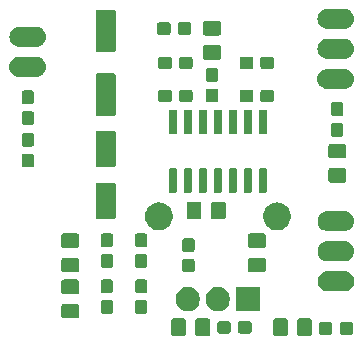
<source format=gbr>
G04 #@! TF.GenerationSoftware,KiCad,Pcbnew,(5.1.5-0-10_14)*
G04 #@! TF.CreationDate,2021-09-10T16:44:22+02:00*
G04 #@! TF.ProjectId,cleanblend,636c6561-6e62-46c6-956e-642e6b696361,rev?*
G04 #@! TF.SameCoordinates,Original*
G04 #@! TF.FileFunction,Soldermask,Top*
G04 #@! TF.FilePolarity,Negative*
%FSLAX46Y46*%
G04 Gerber Fmt 4.6, Leading zero omitted, Abs format (unit mm)*
G04 Created by KiCad (PCBNEW (5.1.5-0-10_14)) date 2021-09-10 16:44:22*
%MOMM*%
%LPD*%
G04 APERTURE LIST*
%ADD10C,0.100000*%
G04 APERTURE END LIST*
D10*
G36*
X107788674Y-101653465D02*
G01*
X107826367Y-101664899D01*
X107861103Y-101683466D01*
X107891548Y-101708452D01*
X107916534Y-101738897D01*
X107935101Y-101773633D01*
X107946535Y-101811326D01*
X107951000Y-101856661D01*
X107951000Y-102943339D01*
X107946535Y-102988674D01*
X107935101Y-103026367D01*
X107916534Y-103061103D01*
X107891548Y-103091548D01*
X107861103Y-103116534D01*
X107826367Y-103135101D01*
X107788674Y-103146535D01*
X107743339Y-103151000D01*
X106906661Y-103151000D01*
X106861326Y-103146535D01*
X106823633Y-103135101D01*
X106788897Y-103116534D01*
X106758452Y-103091548D01*
X106733466Y-103061103D01*
X106714899Y-103026367D01*
X106703465Y-102988674D01*
X106699000Y-102943339D01*
X106699000Y-101856661D01*
X106703465Y-101811326D01*
X106714899Y-101773633D01*
X106733466Y-101738897D01*
X106758452Y-101708452D01*
X106788897Y-101683466D01*
X106823633Y-101664899D01*
X106861326Y-101653465D01*
X106906661Y-101649000D01*
X107743339Y-101649000D01*
X107788674Y-101653465D01*
G37*
G36*
X105738674Y-101653465D02*
G01*
X105776367Y-101664899D01*
X105811103Y-101683466D01*
X105841548Y-101708452D01*
X105866534Y-101738897D01*
X105885101Y-101773633D01*
X105896535Y-101811326D01*
X105901000Y-101856661D01*
X105901000Y-102943339D01*
X105896535Y-102988674D01*
X105885101Y-103026367D01*
X105866534Y-103061103D01*
X105841548Y-103091548D01*
X105811103Y-103116534D01*
X105776367Y-103135101D01*
X105738674Y-103146535D01*
X105693339Y-103151000D01*
X104856661Y-103151000D01*
X104811326Y-103146535D01*
X104773633Y-103135101D01*
X104738897Y-103116534D01*
X104708452Y-103091548D01*
X104683466Y-103061103D01*
X104664899Y-103026367D01*
X104653465Y-102988674D01*
X104649000Y-102943339D01*
X104649000Y-101856661D01*
X104653465Y-101811326D01*
X104664899Y-101773633D01*
X104683466Y-101738897D01*
X104708452Y-101708452D01*
X104738897Y-101683466D01*
X104773633Y-101664899D01*
X104811326Y-101653465D01*
X104856661Y-101649000D01*
X105693339Y-101649000D01*
X105738674Y-101653465D01*
G37*
G36*
X99188674Y-101653465D02*
G01*
X99226367Y-101664899D01*
X99261103Y-101683466D01*
X99291548Y-101708452D01*
X99316534Y-101738897D01*
X99335101Y-101773633D01*
X99346535Y-101811326D01*
X99351000Y-101856661D01*
X99351000Y-102943339D01*
X99346535Y-102988674D01*
X99335101Y-103026367D01*
X99316534Y-103061103D01*
X99291548Y-103091548D01*
X99261103Y-103116534D01*
X99226367Y-103135101D01*
X99188674Y-103146535D01*
X99143339Y-103151000D01*
X98306661Y-103151000D01*
X98261326Y-103146535D01*
X98223633Y-103135101D01*
X98188897Y-103116534D01*
X98158452Y-103091548D01*
X98133466Y-103061103D01*
X98114899Y-103026367D01*
X98103465Y-102988674D01*
X98099000Y-102943339D01*
X98099000Y-101856661D01*
X98103465Y-101811326D01*
X98114899Y-101773633D01*
X98133466Y-101738897D01*
X98158452Y-101708452D01*
X98188897Y-101683466D01*
X98223633Y-101664899D01*
X98261326Y-101653465D01*
X98306661Y-101649000D01*
X99143339Y-101649000D01*
X99188674Y-101653465D01*
G37*
G36*
X97138674Y-101653465D02*
G01*
X97176367Y-101664899D01*
X97211103Y-101683466D01*
X97241548Y-101708452D01*
X97266534Y-101738897D01*
X97285101Y-101773633D01*
X97296535Y-101811326D01*
X97301000Y-101856661D01*
X97301000Y-102943339D01*
X97296535Y-102988674D01*
X97285101Y-103026367D01*
X97266534Y-103061103D01*
X97241548Y-103091548D01*
X97211103Y-103116534D01*
X97176367Y-103135101D01*
X97138674Y-103146535D01*
X97093339Y-103151000D01*
X96256661Y-103151000D01*
X96211326Y-103146535D01*
X96173633Y-103135101D01*
X96138897Y-103116534D01*
X96108452Y-103091548D01*
X96083466Y-103061103D01*
X96064899Y-103026367D01*
X96053465Y-102988674D01*
X96049000Y-102943339D01*
X96049000Y-101856661D01*
X96053465Y-101811326D01*
X96064899Y-101773633D01*
X96083466Y-101738897D01*
X96108452Y-101708452D01*
X96138897Y-101683466D01*
X96173633Y-101664899D01*
X96211326Y-101653465D01*
X96256661Y-101649000D01*
X97093339Y-101649000D01*
X97138674Y-101653465D01*
G37*
G36*
X111289499Y-101978445D02*
G01*
X111326995Y-101989820D01*
X111361554Y-102008292D01*
X111391847Y-102033153D01*
X111416708Y-102063446D01*
X111435180Y-102098005D01*
X111446555Y-102135501D01*
X111451000Y-102180638D01*
X111451000Y-102819362D01*
X111446555Y-102864499D01*
X111435180Y-102901995D01*
X111416708Y-102936554D01*
X111391847Y-102966847D01*
X111361554Y-102991708D01*
X111326995Y-103010180D01*
X111289499Y-103021555D01*
X111244362Y-103026000D01*
X110505638Y-103026000D01*
X110460501Y-103021555D01*
X110423005Y-103010180D01*
X110388446Y-102991708D01*
X110358153Y-102966847D01*
X110333292Y-102936554D01*
X110314820Y-102901995D01*
X110303445Y-102864499D01*
X110299000Y-102819362D01*
X110299000Y-102180638D01*
X110303445Y-102135501D01*
X110314820Y-102098005D01*
X110333292Y-102063446D01*
X110358153Y-102033153D01*
X110388446Y-102008292D01*
X110423005Y-101989820D01*
X110460501Y-101978445D01*
X110505638Y-101974000D01*
X111244362Y-101974000D01*
X111289499Y-101978445D01*
G37*
G36*
X109539499Y-101978445D02*
G01*
X109576995Y-101989820D01*
X109611554Y-102008292D01*
X109641847Y-102033153D01*
X109666708Y-102063446D01*
X109685180Y-102098005D01*
X109696555Y-102135501D01*
X109701000Y-102180638D01*
X109701000Y-102819362D01*
X109696555Y-102864499D01*
X109685180Y-102901995D01*
X109666708Y-102936554D01*
X109641847Y-102966847D01*
X109611554Y-102991708D01*
X109576995Y-103010180D01*
X109539499Y-103021555D01*
X109494362Y-103026000D01*
X108755638Y-103026000D01*
X108710501Y-103021555D01*
X108673005Y-103010180D01*
X108638446Y-102991708D01*
X108608153Y-102966847D01*
X108583292Y-102936554D01*
X108564820Y-102901995D01*
X108553445Y-102864499D01*
X108549000Y-102819362D01*
X108549000Y-102180638D01*
X108553445Y-102135501D01*
X108564820Y-102098005D01*
X108583292Y-102063446D01*
X108608153Y-102033153D01*
X108638446Y-102008292D01*
X108673005Y-101989820D01*
X108710501Y-101978445D01*
X108755638Y-101974000D01*
X109494362Y-101974000D01*
X109539499Y-101978445D01*
G37*
G36*
X102689499Y-101878445D02*
G01*
X102726995Y-101889820D01*
X102761554Y-101908292D01*
X102791847Y-101933153D01*
X102816708Y-101963446D01*
X102835180Y-101998005D01*
X102846555Y-102035501D01*
X102851000Y-102080638D01*
X102851000Y-102719362D01*
X102846555Y-102764499D01*
X102835180Y-102801995D01*
X102816708Y-102836554D01*
X102791847Y-102866847D01*
X102761554Y-102891708D01*
X102726995Y-102910180D01*
X102689499Y-102921555D01*
X102644362Y-102926000D01*
X101905638Y-102926000D01*
X101860501Y-102921555D01*
X101823005Y-102910180D01*
X101788446Y-102891708D01*
X101758153Y-102866847D01*
X101733292Y-102836554D01*
X101714820Y-102801995D01*
X101703445Y-102764499D01*
X101699000Y-102719362D01*
X101699000Y-102080638D01*
X101703445Y-102035501D01*
X101714820Y-101998005D01*
X101733292Y-101963446D01*
X101758153Y-101933153D01*
X101788446Y-101908292D01*
X101823005Y-101889820D01*
X101860501Y-101878445D01*
X101905638Y-101874000D01*
X102644362Y-101874000D01*
X102689499Y-101878445D01*
G37*
G36*
X100939499Y-101878445D02*
G01*
X100976995Y-101889820D01*
X101011554Y-101908292D01*
X101041847Y-101933153D01*
X101066708Y-101963446D01*
X101085180Y-101998005D01*
X101096555Y-102035501D01*
X101101000Y-102080638D01*
X101101000Y-102719362D01*
X101096555Y-102764499D01*
X101085180Y-102801995D01*
X101066708Y-102836554D01*
X101041847Y-102866847D01*
X101011554Y-102891708D01*
X100976995Y-102910180D01*
X100939499Y-102921555D01*
X100894362Y-102926000D01*
X100155638Y-102926000D01*
X100110501Y-102921555D01*
X100073005Y-102910180D01*
X100038446Y-102891708D01*
X100008153Y-102866847D01*
X99983292Y-102836554D01*
X99964820Y-102801995D01*
X99953445Y-102764499D01*
X99949000Y-102719362D01*
X99949000Y-102080638D01*
X99953445Y-102035501D01*
X99964820Y-101998005D01*
X99983292Y-101963446D01*
X100008153Y-101933153D01*
X100038446Y-101908292D01*
X100073005Y-101889820D01*
X100110501Y-101878445D01*
X100155638Y-101874000D01*
X100894362Y-101874000D01*
X100939499Y-101878445D01*
G37*
G36*
X88088674Y-100403465D02*
G01*
X88126367Y-100414899D01*
X88161103Y-100433466D01*
X88191548Y-100458452D01*
X88216534Y-100488897D01*
X88235101Y-100523633D01*
X88246535Y-100561326D01*
X88251000Y-100606661D01*
X88251000Y-101443339D01*
X88246535Y-101488674D01*
X88235101Y-101526367D01*
X88216534Y-101561103D01*
X88191548Y-101591548D01*
X88161103Y-101616534D01*
X88126367Y-101635101D01*
X88088674Y-101646535D01*
X88043339Y-101651000D01*
X86956661Y-101651000D01*
X86911326Y-101646535D01*
X86873633Y-101635101D01*
X86838897Y-101616534D01*
X86808452Y-101591548D01*
X86783466Y-101561103D01*
X86764899Y-101526367D01*
X86753465Y-101488674D01*
X86749000Y-101443339D01*
X86749000Y-100606661D01*
X86753465Y-100561326D01*
X86764899Y-100523633D01*
X86783466Y-100488897D01*
X86808452Y-100458452D01*
X86838897Y-100433466D01*
X86873633Y-100414899D01*
X86911326Y-100403465D01*
X86956661Y-100399000D01*
X88043339Y-100399000D01*
X88088674Y-100403465D01*
G37*
G36*
X93864499Y-100103445D02*
G01*
X93901995Y-100114820D01*
X93936554Y-100133292D01*
X93966847Y-100158153D01*
X93991708Y-100188446D01*
X94010180Y-100223005D01*
X94021555Y-100260501D01*
X94026000Y-100305638D01*
X94026000Y-101044362D01*
X94021555Y-101089499D01*
X94010180Y-101126995D01*
X93991708Y-101161554D01*
X93966847Y-101191847D01*
X93936554Y-101216708D01*
X93901995Y-101235180D01*
X93864499Y-101246555D01*
X93819362Y-101251000D01*
X93180638Y-101251000D01*
X93135501Y-101246555D01*
X93098005Y-101235180D01*
X93063446Y-101216708D01*
X93033153Y-101191847D01*
X93008292Y-101161554D01*
X92989820Y-101126995D01*
X92978445Y-101089499D01*
X92974000Y-101044362D01*
X92974000Y-100305638D01*
X92978445Y-100260501D01*
X92989820Y-100223005D01*
X93008292Y-100188446D01*
X93033153Y-100158153D01*
X93063446Y-100133292D01*
X93098005Y-100114820D01*
X93135501Y-100103445D01*
X93180638Y-100099000D01*
X93819362Y-100099000D01*
X93864499Y-100103445D01*
G37*
G36*
X90964499Y-100103445D02*
G01*
X91001995Y-100114820D01*
X91036554Y-100133292D01*
X91066847Y-100158153D01*
X91091708Y-100188446D01*
X91110180Y-100223005D01*
X91121555Y-100260501D01*
X91126000Y-100305638D01*
X91126000Y-101044362D01*
X91121555Y-101089499D01*
X91110180Y-101126995D01*
X91091708Y-101161554D01*
X91066847Y-101191847D01*
X91036554Y-101216708D01*
X91001995Y-101235180D01*
X90964499Y-101246555D01*
X90919362Y-101251000D01*
X90280638Y-101251000D01*
X90235501Y-101246555D01*
X90198005Y-101235180D01*
X90163446Y-101216708D01*
X90133153Y-101191847D01*
X90108292Y-101161554D01*
X90089820Y-101126995D01*
X90078445Y-101089499D01*
X90074000Y-101044362D01*
X90074000Y-100305638D01*
X90078445Y-100260501D01*
X90089820Y-100223005D01*
X90108292Y-100188446D01*
X90133153Y-100158153D01*
X90163446Y-100133292D01*
X90198005Y-100114820D01*
X90235501Y-100103445D01*
X90280638Y-100099000D01*
X90919362Y-100099000D01*
X90964499Y-100103445D01*
G37*
G36*
X103556200Y-101016200D02*
G01*
X101523800Y-101016200D01*
X101523800Y-98983800D01*
X103556200Y-98983800D01*
X103556200Y-101016200D01*
G37*
G36*
X100296415Y-99022851D02*
G01*
X100481350Y-99099454D01*
X100564004Y-99154682D01*
X100647790Y-99210666D01*
X100789334Y-99352210D01*
X100828986Y-99411554D01*
X100900546Y-99518650D01*
X100977149Y-99703585D01*
X101016200Y-99899912D01*
X101016200Y-100100088D01*
X100977149Y-100296415D01*
X100900546Y-100481350D01*
X100900545Y-100481351D01*
X100789334Y-100647790D01*
X100647790Y-100789334D01*
X100564004Y-100845318D01*
X100481350Y-100900546D01*
X100296415Y-100977149D01*
X100100088Y-101016200D01*
X99899912Y-101016200D01*
X99703585Y-100977149D01*
X99518650Y-100900546D01*
X99435996Y-100845318D01*
X99352210Y-100789334D01*
X99210666Y-100647790D01*
X99099455Y-100481351D01*
X99099454Y-100481350D01*
X99022851Y-100296415D01*
X98983800Y-100100088D01*
X98983800Y-99899912D01*
X99022851Y-99703585D01*
X99099454Y-99518650D01*
X99171014Y-99411554D01*
X99210666Y-99352210D01*
X99352210Y-99210666D01*
X99435996Y-99154682D01*
X99518650Y-99099454D01*
X99703585Y-99022851D01*
X99899912Y-98983800D01*
X100100088Y-98983800D01*
X100296415Y-99022851D01*
G37*
G36*
X97756415Y-99022851D02*
G01*
X97941350Y-99099454D01*
X98024004Y-99154682D01*
X98107790Y-99210666D01*
X98249334Y-99352210D01*
X98288986Y-99411554D01*
X98360546Y-99518650D01*
X98437149Y-99703585D01*
X98476200Y-99899912D01*
X98476200Y-100100088D01*
X98437149Y-100296415D01*
X98360546Y-100481350D01*
X98360545Y-100481351D01*
X98249334Y-100647790D01*
X98107790Y-100789334D01*
X98024004Y-100845318D01*
X97941350Y-100900546D01*
X97756415Y-100977149D01*
X97560088Y-101016200D01*
X97359912Y-101016200D01*
X97163585Y-100977149D01*
X96978650Y-100900546D01*
X96895996Y-100845318D01*
X96812210Y-100789334D01*
X96670666Y-100647790D01*
X96559455Y-100481351D01*
X96559454Y-100481350D01*
X96482851Y-100296415D01*
X96443800Y-100100088D01*
X96443800Y-99899912D01*
X96482851Y-99703585D01*
X96559454Y-99518650D01*
X96631014Y-99411554D01*
X96670666Y-99352210D01*
X96812210Y-99210666D01*
X96895996Y-99154682D01*
X96978650Y-99099454D01*
X97163585Y-99022851D01*
X97359912Y-98983800D01*
X97560088Y-98983800D01*
X97756415Y-99022851D01*
G37*
G36*
X88088674Y-98353465D02*
G01*
X88126367Y-98364899D01*
X88161103Y-98383466D01*
X88191548Y-98408452D01*
X88216534Y-98438897D01*
X88235101Y-98473633D01*
X88246535Y-98511326D01*
X88251000Y-98556661D01*
X88251000Y-99393339D01*
X88246535Y-99438674D01*
X88235101Y-99476367D01*
X88216534Y-99511103D01*
X88191548Y-99541548D01*
X88161103Y-99566534D01*
X88126367Y-99585101D01*
X88088674Y-99596535D01*
X88043339Y-99601000D01*
X86956661Y-99601000D01*
X86911326Y-99596535D01*
X86873633Y-99585101D01*
X86838897Y-99566534D01*
X86808452Y-99541548D01*
X86783466Y-99511103D01*
X86764899Y-99476367D01*
X86753465Y-99438674D01*
X86749000Y-99393339D01*
X86749000Y-98556661D01*
X86753465Y-98511326D01*
X86764899Y-98473633D01*
X86783466Y-98438897D01*
X86808452Y-98408452D01*
X86838897Y-98383466D01*
X86873633Y-98364899D01*
X86911326Y-98353465D01*
X86956661Y-98349000D01*
X88043339Y-98349000D01*
X88088674Y-98353465D01*
G37*
G36*
X93864499Y-98353445D02*
G01*
X93901995Y-98364820D01*
X93936554Y-98383292D01*
X93966847Y-98408153D01*
X93991708Y-98438446D01*
X94010180Y-98473005D01*
X94021555Y-98510501D01*
X94026000Y-98555638D01*
X94026000Y-99294362D01*
X94021555Y-99339499D01*
X94010180Y-99376995D01*
X93991708Y-99411554D01*
X93966847Y-99441847D01*
X93936554Y-99466708D01*
X93901995Y-99485180D01*
X93864499Y-99496555D01*
X93819362Y-99501000D01*
X93180638Y-99501000D01*
X93135501Y-99496555D01*
X93098005Y-99485180D01*
X93063446Y-99466708D01*
X93033153Y-99441847D01*
X93008292Y-99411554D01*
X92989820Y-99376995D01*
X92978445Y-99339499D01*
X92974000Y-99294362D01*
X92974000Y-98555638D01*
X92978445Y-98510501D01*
X92989820Y-98473005D01*
X93008292Y-98438446D01*
X93033153Y-98408153D01*
X93063446Y-98383292D01*
X93098005Y-98364820D01*
X93135501Y-98353445D01*
X93180638Y-98349000D01*
X93819362Y-98349000D01*
X93864499Y-98353445D01*
G37*
G36*
X90964499Y-98353445D02*
G01*
X91001995Y-98364820D01*
X91036554Y-98383292D01*
X91066847Y-98408153D01*
X91091708Y-98438446D01*
X91110180Y-98473005D01*
X91121555Y-98510501D01*
X91126000Y-98555638D01*
X91126000Y-99294362D01*
X91121555Y-99339499D01*
X91110180Y-99376995D01*
X91091708Y-99411554D01*
X91066847Y-99441847D01*
X91036554Y-99466708D01*
X91001995Y-99485180D01*
X90964499Y-99496555D01*
X90919362Y-99501000D01*
X90280638Y-99501000D01*
X90235501Y-99496555D01*
X90198005Y-99485180D01*
X90163446Y-99466708D01*
X90133153Y-99441847D01*
X90108292Y-99411554D01*
X90089820Y-99376995D01*
X90078445Y-99339499D01*
X90074000Y-99294362D01*
X90074000Y-98555638D01*
X90078445Y-98510501D01*
X90089820Y-98473005D01*
X90108292Y-98438446D01*
X90133153Y-98408153D01*
X90163446Y-98383292D01*
X90198005Y-98364820D01*
X90235501Y-98353445D01*
X90280638Y-98349000D01*
X90919362Y-98349000D01*
X90964499Y-98353445D01*
G37*
G36*
X110866823Y-97661313D02*
G01*
X111027242Y-97709976D01*
X111095676Y-97746555D01*
X111175078Y-97788996D01*
X111304659Y-97895341D01*
X111411004Y-98024922D01*
X111411005Y-98024924D01*
X111490024Y-98172758D01*
X111538687Y-98333177D01*
X111555117Y-98500000D01*
X111538687Y-98666823D01*
X111490024Y-98827242D01*
X111419114Y-98959906D01*
X111411004Y-98975078D01*
X111304659Y-99104659D01*
X111175078Y-99211004D01*
X111175076Y-99211005D01*
X111027242Y-99290024D01*
X110866823Y-99338687D01*
X110741804Y-99351000D01*
X109258196Y-99351000D01*
X109133177Y-99338687D01*
X108972758Y-99290024D01*
X108824924Y-99211005D01*
X108824922Y-99211004D01*
X108695341Y-99104659D01*
X108588996Y-98975078D01*
X108580886Y-98959906D01*
X108509976Y-98827242D01*
X108461313Y-98666823D01*
X108444883Y-98500000D01*
X108461313Y-98333177D01*
X108509976Y-98172758D01*
X108588995Y-98024924D01*
X108588996Y-98024922D01*
X108695341Y-97895341D01*
X108824922Y-97788996D01*
X108904324Y-97746555D01*
X108972758Y-97709976D01*
X109133177Y-97661313D01*
X109258196Y-97649000D01*
X110741804Y-97649000D01*
X110866823Y-97661313D01*
G37*
G36*
X97864499Y-96603445D02*
G01*
X97901995Y-96614820D01*
X97936554Y-96633292D01*
X97966847Y-96658153D01*
X97991708Y-96688446D01*
X98010180Y-96723005D01*
X98021555Y-96760501D01*
X98026000Y-96805638D01*
X98026000Y-97544362D01*
X98021555Y-97589499D01*
X98010180Y-97626995D01*
X97991708Y-97661554D01*
X97966847Y-97691847D01*
X97936554Y-97716708D01*
X97901995Y-97735180D01*
X97864499Y-97746555D01*
X97819362Y-97751000D01*
X97180638Y-97751000D01*
X97135501Y-97746555D01*
X97098005Y-97735180D01*
X97063446Y-97716708D01*
X97033153Y-97691847D01*
X97008292Y-97661554D01*
X96989820Y-97626995D01*
X96978445Y-97589499D01*
X96974000Y-97544362D01*
X96974000Y-96805638D01*
X96978445Y-96760501D01*
X96989820Y-96723005D01*
X97008292Y-96688446D01*
X97033153Y-96658153D01*
X97063446Y-96633292D01*
X97098005Y-96614820D01*
X97135501Y-96603445D01*
X97180638Y-96599000D01*
X97819362Y-96599000D01*
X97864499Y-96603445D01*
G37*
G36*
X88088674Y-96503465D02*
G01*
X88126367Y-96514899D01*
X88161103Y-96533466D01*
X88191548Y-96558452D01*
X88216534Y-96588897D01*
X88235101Y-96623633D01*
X88246535Y-96661326D01*
X88251000Y-96706661D01*
X88251000Y-97543339D01*
X88246535Y-97588674D01*
X88235101Y-97626367D01*
X88216534Y-97661103D01*
X88191548Y-97691548D01*
X88161103Y-97716534D01*
X88126367Y-97735101D01*
X88088674Y-97746535D01*
X88043339Y-97751000D01*
X86956661Y-97751000D01*
X86911326Y-97746535D01*
X86873633Y-97735101D01*
X86838897Y-97716534D01*
X86808452Y-97691548D01*
X86783466Y-97661103D01*
X86764899Y-97626367D01*
X86753465Y-97588674D01*
X86749000Y-97543339D01*
X86749000Y-96706661D01*
X86753465Y-96661326D01*
X86764899Y-96623633D01*
X86783466Y-96588897D01*
X86808452Y-96558452D01*
X86838897Y-96533466D01*
X86873633Y-96514899D01*
X86911326Y-96503465D01*
X86956661Y-96499000D01*
X88043339Y-96499000D01*
X88088674Y-96503465D01*
G37*
G36*
X103888674Y-96503465D02*
G01*
X103926367Y-96514899D01*
X103961103Y-96533466D01*
X103991548Y-96558452D01*
X104016534Y-96588897D01*
X104035101Y-96623633D01*
X104046535Y-96661326D01*
X104051000Y-96706661D01*
X104051000Y-97543339D01*
X104046535Y-97588674D01*
X104035101Y-97626367D01*
X104016534Y-97661103D01*
X103991548Y-97691548D01*
X103961103Y-97716534D01*
X103926367Y-97735101D01*
X103888674Y-97746535D01*
X103843339Y-97751000D01*
X102756661Y-97751000D01*
X102711326Y-97746535D01*
X102673633Y-97735101D01*
X102638897Y-97716534D01*
X102608452Y-97691548D01*
X102583466Y-97661103D01*
X102564899Y-97626367D01*
X102553465Y-97588674D01*
X102549000Y-97543339D01*
X102549000Y-96706661D01*
X102553465Y-96661326D01*
X102564899Y-96623633D01*
X102583466Y-96588897D01*
X102608452Y-96558452D01*
X102638897Y-96533466D01*
X102673633Y-96514899D01*
X102711326Y-96503465D01*
X102756661Y-96499000D01*
X103843339Y-96499000D01*
X103888674Y-96503465D01*
G37*
G36*
X90964499Y-96203445D02*
G01*
X91001995Y-96214820D01*
X91036554Y-96233292D01*
X91066847Y-96258153D01*
X91091708Y-96288446D01*
X91110180Y-96323005D01*
X91121555Y-96360501D01*
X91126000Y-96405638D01*
X91126000Y-97144362D01*
X91121555Y-97189499D01*
X91110180Y-97226995D01*
X91091708Y-97261554D01*
X91066847Y-97291847D01*
X91036554Y-97316708D01*
X91001995Y-97335180D01*
X90964499Y-97346555D01*
X90919362Y-97351000D01*
X90280638Y-97351000D01*
X90235501Y-97346555D01*
X90198005Y-97335180D01*
X90163446Y-97316708D01*
X90133153Y-97291847D01*
X90108292Y-97261554D01*
X90089820Y-97226995D01*
X90078445Y-97189499D01*
X90074000Y-97144362D01*
X90074000Y-96405638D01*
X90078445Y-96360501D01*
X90089820Y-96323005D01*
X90108292Y-96288446D01*
X90133153Y-96258153D01*
X90163446Y-96233292D01*
X90198005Y-96214820D01*
X90235501Y-96203445D01*
X90280638Y-96199000D01*
X90919362Y-96199000D01*
X90964499Y-96203445D01*
G37*
G36*
X93864499Y-96203445D02*
G01*
X93901995Y-96214820D01*
X93936554Y-96233292D01*
X93966847Y-96258153D01*
X93991708Y-96288446D01*
X94010180Y-96323005D01*
X94021555Y-96360501D01*
X94026000Y-96405638D01*
X94026000Y-97144362D01*
X94021555Y-97189499D01*
X94010180Y-97226995D01*
X93991708Y-97261554D01*
X93966847Y-97291847D01*
X93936554Y-97316708D01*
X93901995Y-97335180D01*
X93864499Y-97346555D01*
X93819362Y-97351000D01*
X93180638Y-97351000D01*
X93135501Y-97346555D01*
X93098005Y-97335180D01*
X93063446Y-97316708D01*
X93033153Y-97291847D01*
X93008292Y-97261554D01*
X92989820Y-97226995D01*
X92978445Y-97189499D01*
X92974000Y-97144362D01*
X92974000Y-96405638D01*
X92978445Y-96360501D01*
X92989820Y-96323005D01*
X93008292Y-96288446D01*
X93033153Y-96258153D01*
X93063446Y-96233292D01*
X93098005Y-96214820D01*
X93135501Y-96203445D01*
X93180638Y-96199000D01*
X93819362Y-96199000D01*
X93864499Y-96203445D01*
G37*
G36*
X110856823Y-95121313D02*
G01*
X111017242Y-95169976D01*
X111149906Y-95240886D01*
X111165078Y-95248996D01*
X111294659Y-95355341D01*
X111401004Y-95484922D01*
X111401005Y-95484924D01*
X111480024Y-95632758D01*
X111480025Y-95632761D01*
X111486811Y-95655131D01*
X111528687Y-95793177D01*
X111545117Y-95960000D01*
X111528687Y-96126823D01*
X111480024Y-96287242D01*
X111479380Y-96288446D01*
X111401004Y-96435078D01*
X111294659Y-96564659D01*
X111165078Y-96671004D01*
X111165076Y-96671005D01*
X111017242Y-96750024D01*
X110856823Y-96798687D01*
X110731804Y-96811000D01*
X109248196Y-96811000D01*
X109123177Y-96798687D01*
X108962758Y-96750024D01*
X108814924Y-96671005D01*
X108814922Y-96671004D01*
X108685341Y-96564659D01*
X108578996Y-96435078D01*
X108500620Y-96288446D01*
X108499976Y-96287242D01*
X108451313Y-96126823D01*
X108434883Y-95960000D01*
X108451313Y-95793177D01*
X108493189Y-95655131D01*
X108499975Y-95632761D01*
X108499976Y-95632758D01*
X108578995Y-95484924D01*
X108578996Y-95484922D01*
X108685341Y-95355341D01*
X108814922Y-95248996D01*
X108830094Y-95240886D01*
X108962758Y-95169976D01*
X109123177Y-95121313D01*
X109248196Y-95109000D01*
X110731804Y-95109000D01*
X110856823Y-95121313D01*
G37*
G36*
X97864499Y-94853445D02*
G01*
X97901995Y-94864820D01*
X97936554Y-94883292D01*
X97966847Y-94908153D01*
X97991708Y-94938446D01*
X98010180Y-94973005D01*
X98021555Y-95010501D01*
X98026000Y-95055638D01*
X98026000Y-95794362D01*
X98021555Y-95839499D01*
X98010180Y-95876995D01*
X97991708Y-95911554D01*
X97966847Y-95941847D01*
X97936554Y-95966708D01*
X97901995Y-95985180D01*
X97864499Y-95996555D01*
X97819362Y-96001000D01*
X97180638Y-96001000D01*
X97135501Y-95996555D01*
X97098005Y-95985180D01*
X97063446Y-95966708D01*
X97033153Y-95941847D01*
X97008292Y-95911554D01*
X96989820Y-95876995D01*
X96978445Y-95839499D01*
X96974000Y-95794362D01*
X96974000Y-95055638D01*
X96978445Y-95010501D01*
X96989820Y-94973005D01*
X97008292Y-94938446D01*
X97033153Y-94908153D01*
X97063446Y-94883292D01*
X97098005Y-94864820D01*
X97135501Y-94853445D01*
X97180638Y-94849000D01*
X97819362Y-94849000D01*
X97864499Y-94853445D01*
G37*
G36*
X88088674Y-94453465D02*
G01*
X88126367Y-94464899D01*
X88161103Y-94483466D01*
X88191548Y-94508452D01*
X88216534Y-94538897D01*
X88235101Y-94573633D01*
X88246535Y-94611326D01*
X88251000Y-94656661D01*
X88251000Y-95493339D01*
X88246535Y-95538674D01*
X88235101Y-95576367D01*
X88216534Y-95611103D01*
X88191548Y-95641548D01*
X88161103Y-95666534D01*
X88126367Y-95685101D01*
X88088674Y-95696535D01*
X88043339Y-95701000D01*
X86956661Y-95701000D01*
X86911326Y-95696535D01*
X86873633Y-95685101D01*
X86838897Y-95666534D01*
X86808452Y-95641548D01*
X86783466Y-95611103D01*
X86764899Y-95576367D01*
X86753465Y-95538674D01*
X86749000Y-95493339D01*
X86749000Y-94656661D01*
X86753465Y-94611326D01*
X86764899Y-94573633D01*
X86783466Y-94538897D01*
X86808452Y-94508452D01*
X86838897Y-94483466D01*
X86873633Y-94464899D01*
X86911326Y-94453465D01*
X86956661Y-94449000D01*
X88043339Y-94449000D01*
X88088674Y-94453465D01*
G37*
G36*
X103888674Y-94453465D02*
G01*
X103926367Y-94464899D01*
X103961103Y-94483466D01*
X103991548Y-94508452D01*
X104016534Y-94538897D01*
X104035101Y-94573633D01*
X104046535Y-94611326D01*
X104051000Y-94656661D01*
X104051000Y-95493339D01*
X104046535Y-95538674D01*
X104035101Y-95576367D01*
X104016534Y-95611103D01*
X103991548Y-95641548D01*
X103961103Y-95666534D01*
X103926367Y-95685101D01*
X103888674Y-95696535D01*
X103843339Y-95701000D01*
X102756661Y-95701000D01*
X102711326Y-95696535D01*
X102673633Y-95685101D01*
X102638897Y-95666534D01*
X102608452Y-95641548D01*
X102583466Y-95611103D01*
X102564899Y-95576367D01*
X102553465Y-95538674D01*
X102549000Y-95493339D01*
X102549000Y-94656661D01*
X102553465Y-94611326D01*
X102564899Y-94573633D01*
X102583466Y-94538897D01*
X102608452Y-94508452D01*
X102638897Y-94483466D01*
X102673633Y-94464899D01*
X102711326Y-94453465D01*
X102756661Y-94449000D01*
X103843339Y-94449000D01*
X103888674Y-94453465D01*
G37*
G36*
X93864499Y-94453445D02*
G01*
X93901995Y-94464820D01*
X93936554Y-94483292D01*
X93966847Y-94508153D01*
X93991708Y-94538446D01*
X94010180Y-94573005D01*
X94021555Y-94610501D01*
X94026000Y-94655638D01*
X94026000Y-95394362D01*
X94021555Y-95439499D01*
X94010180Y-95476995D01*
X93991708Y-95511554D01*
X93966847Y-95541847D01*
X93936554Y-95566708D01*
X93901995Y-95585180D01*
X93864499Y-95596555D01*
X93819362Y-95601000D01*
X93180638Y-95601000D01*
X93135501Y-95596555D01*
X93098005Y-95585180D01*
X93063446Y-95566708D01*
X93033153Y-95541847D01*
X93008292Y-95511554D01*
X92989820Y-95476995D01*
X92978445Y-95439499D01*
X92974000Y-95394362D01*
X92974000Y-94655638D01*
X92978445Y-94610501D01*
X92989820Y-94573005D01*
X93008292Y-94538446D01*
X93033153Y-94508153D01*
X93063446Y-94483292D01*
X93098005Y-94464820D01*
X93135501Y-94453445D01*
X93180638Y-94449000D01*
X93819362Y-94449000D01*
X93864499Y-94453445D01*
G37*
G36*
X90964499Y-94453445D02*
G01*
X91001995Y-94464820D01*
X91036554Y-94483292D01*
X91066847Y-94508153D01*
X91091708Y-94538446D01*
X91110180Y-94573005D01*
X91121555Y-94610501D01*
X91126000Y-94655638D01*
X91126000Y-95394362D01*
X91121555Y-95439499D01*
X91110180Y-95476995D01*
X91091708Y-95511554D01*
X91066847Y-95541847D01*
X91036554Y-95566708D01*
X91001995Y-95585180D01*
X90964499Y-95596555D01*
X90919362Y-95601000D01*
X90280638Y-95601000D01*
X90235501Y-95596555D01*
X90198005Y-95585180D01*
X90163446Y-95566708D01*
X90133153Y-95541847D01*
X90108292Y-95511554D01*
X90089820Y-95476995D01*
X90078445Y-95439499D01*
X90074000Y-95394362D01*
X90074000Y-94655638D01*
X90078445Y-94610501D01*
X90089820Y-94573005D01*
X90108292Y-94538446D01*
X90133153Y-94508153D01*
X90163446Y-94483292D01*
X90198005Y-94464820D01*
X90235501Y-94453445D01*
X90280638Y-94449000D01*
X90919362Y-94449000D01*
X90964499Y-94453445D01*
G37*
G36*
X110856823Y-92571313D02*
G01*
X111017242Y-92619976D01*
X111086458Y-92656973D01*
X111165078Y-92698996D01*
X111294659Y-92805341D01*
X111401004Y-92934922D01*
X111401005Y-92934924D01*
X111480024Y-93082758D01*
X111528687Y-93243177D01*
X111545117Y-93410000D01*
X111528687Y-93576823D01*
X111480024Y-93737242D01*
X111409114Y-93869906D01*
X111401004Y-93885078D01*
X111294659Y-94014659D01*
X111165078Y-94121004D01*
X111165076Y-94121005D01*
X111017242Y-94200024D01*
X110856823Y-94248687D01*
X110731804Y-94261000D01*
X109248196Y-94261000D01*
X109123177Y-94248687D01*
X108962758Y-94200024D01*
X108814924Y-94121005D01*
X108814922Y-94121004D01*
X108685341Y-94014659D01*
X108578996Y-93885078D01*
X108570886Y-93869906D01*
X108499976Y-93737242D01*
X108451313Y-93576823D01*
X108434883Y-93410000D01*
X108451313Y-93243177D01*
X108499976Y-93082758D01*
X108578995Y-92934924D01*
X108578996Y-92934922D01*
X108685341Y-92805341D01*
X108814922Y-92698996D01*
X108893542Y-92656973D01*
X108962758Y-92619976D01*
X109123177Y-92571313D01*
X109248196Y-92559000D01*
X110731804Y-92559000D01*
X110856823Y-92571313D01*
G37*
G36*
X105190718Y-91838897D02*
G01*
X105343027Y-91869193D01*
X105557045Y-91957842D01*
X105621249Y-92000742D01*
X105749654Y-92086539D01*
X105913461Y-92250346D01*
X105999258Y-92378751D01*
X106042158Y-92442955D01*
X106130807Y-92656973D01*
X106176000Y-92884174D01*
X106176000Y-93115826D01*
X106130807Y-93343027D01*
X106042158Y-93557045D01*
X106028941Y-93576825D01*
X105913461Y-93749654D01*
X105749654Y-93913461D01*
X105621249Y-93999258D01*
X105557045Y-94042158D01*
X105343027Y-94130807D01*
X105191560Y-94160936D01*
X105115827Y-94176000D01*
X104884173Y-94176000D01*
X104808440Y-94160936D01*
X104656973Y-94130807D01*
X104442955Y-94042158D01*
X104378751Y-93999258D01*
X104250346Y-93913461D01*
X104086539Y-93749654D01*
X103971059Y-93576825D01*
X103957842Y-93557045D01*
X103869193Y-93343027D01*
X103824000Y-93115826D01*
X103824000Y-92884174D01*
X103869193Y-92656973D01*
X103957842Y-92442955D01*
X104000742Y-92378751D01*
X104086539Y-92250346D01*
X104250346Y-92086539D01*
X104378751Y-92000742D01*
X104442955Y-91957842D01*
X104656973Y-91869193D01*
X104809282Y-91838897D01*
X104884173Y-91824000D01*
X105115827Y-91824000D01*
X105190718Y-91838897D01*
G37*
G36*
X95190718Y-91838897D02*
G01*
X95343027Y-91869193D01*
X95557045Y-91957842D01*
X95621249Y-92000742D01*
X95749654Y-92086539D01*
X95913461Y-92250346D01*
X95999258Y-92378751D01*
X96042158Y-92442955D01*
X96130807Y-92656973D01*
X96176000Y-92884174D01*
X96176000Y-93115826D01*
X96130807Y-93343027D01*
X96042158Y-93557045D01*
X96028941Y-93576825D01*
X95913461Y-93749654D01*
X95749654Y-93913461D01*
X95621249Y-93999258D01*
X95557045Y-94042158D01*
X95343027Y-94130807D01*
X95191560Y-94160936D01*
X95115827Y-94176000D01*
X94884173Y-94176000D01*
X94808440Y-94160936D01*
X94656973Y-94130807D01*
X94442955Y-94042158D01*
X94378751Y-93999258D01*
X94250346Y-93913461D01*
X94086539Y-93749654D01*
X93971059Y-93576825D01*
X93957842Y-93557045D01*
X93869193Y-93343027D01*
X93824000Y-93115826D01*
X93824000Y-92884174D01*
X93869193Y-92656973D01*
X93957842Y-92442955D01*
X94000742Y-92378751D01*
X94086539Y-92250346D01*
X94250346Y-92086539D01*
X94378751Y-92000742D01*
X94442955Y-91957842D01*
X94656973Y-91869193D01*
X94809282Y-91838897D01*
X94884173Y-91824000D01*
X95115827Y-91824000D01*
X95190718Y-91838897D01*
G37*
G36*
X100488674Y-91753465D02*
G01*
X100526367Y-91764899D01*
X100561103Y-91783466D01*
X100591548Y-91808452D01*
X100616534Y-91838897D01*
X100635101Y-91873633D01*
X100646535Y-91911326D01*
X100651000Y-91956661D01*
X100651000Y-93043339D01*
X100646535Y-93088674D01*
X100635101Y-93126367D01*
X100616534Y-93161103D01*
X100591548Y-93191548D01*
X100561103Y-93216534D01*
X100526367Y-93235101D01*
X100488674Y-93246535D01*
X100443339Y-93251000D01*
X99606661Y-93251000D01*
X99561326Y-93246535D01*
X99523633Y-93235101D01*
X99488897Y-93216534D01*
X99458452Y-93191548D01*
X99433466Y-93161103D01*
X99414899Y-93126367D01*
X99403465Y-93088674D01*
X99399000Y-93043339D01*
X99399000Y-91956661D01*
X99403465Y-91911326D01*
X99414899Y-91873633D01*
X99433466Y-91838897D01*
X99458452Y-91808452D01*
X99488897Y-91783466D01*
X99523633Y-91764899D01*
X99561326Y-91753465D01*
X99606661Y-91749000D01*
X100443339Y-91749000D01*
X100488674Y-91753465D01*
G37*
G36*
X98438674Y-91753465D02*
G01*
X98476367Y-91764899D01*
X98511103Y-91783466D01*
X98541548Y-91808452D01*
X98566534Y-91838897D01*
X98585101Y-91873633D01*
X98596535Y-91911326D01*
X98601000Y-91956661D01*
X98601000Y-93043339D01*
X98596535Y-93088674D01*
X98585101Y-93126367D01*
X98566534Y-93161103D01*
X98541548Y-93191548D01*
X98511103Y-93216534D01*
X98476367Y-93235101D01*
X98438674Y-93246535D01*
X98393339Y-93251000D01*
X97556661Y-93251000D01*
X97511326Y-93246535D01*
X97473633Y-93235101D01*
X97438897Y-93216534D01*
X97408452Y-93191548D01*
X97383466Y-93161103D01*
X97364899Y-93126367D01*
X97353465Y-93088674D01*
X97349000Y-93043339D01*
X97349000Y-91956661D01*
X97353465Y-91911326D01*
X97364899Y-91873633D01*
X97383466Y-91838897D01*
X97408452Y-91808452D01*
X97438897Y-91783466D01*
X97473633Y-91764899D01*
X97511326Y-91753465D01*
X97556661Y-91749000D01*
X98393339Y-91749000D01*
X98438674Y-91753465D01*
G37*
G36*
X91205997Y-90153051D02*
G01*
X91239652Y-90163261D01*
X91270665Y-90179838D01*
X91297851Y-90202149D01*
X91320162Y-90229335D01*
X91336739Y-90260348D01*
X91346949Y-90294003D01*
X91351000Y-90335138D01*
X91351000Y-93064862D01*
X91346949Y-93105997D01*
X91336739Y-93139652D01*
X91320162Y-93170665D01*
X91297851Y-93197851D01*
X91270665Y-93220162D01*
X91239652Y-93236739D01*
X91205997Y-93246949D01*
X91164862Y-93251000D01*
X89835138Y-93251000D01*
X89794003Y-93246949D01*
X89760348Y-93236739D01*
X89729335Y-93220162D01*
X89702149Y-93197851D01*
X89679838Y-93170665D01*
X89663261Y-93139652D01*
X89653051Y-93105997D01*
X89649000Y-93064862D01*
X89649000Y-90335138D01*
X89653051Y-90294003D01*
X89663261Y-90260348D01*
X89679838Y-90229335D01*
X89702149Y-90202149D01*
X89729335Y-90179838D01*
X89760348Y-90163261D01*
X89794003Y-90153051D01*
X89835138Y-90149000D01*
X91164862Y-90149000D01*
X91205997Y-90153051D01*
G37*
G36*
X100259928Y-88951764D02*
G01*
X100281009Y-88958160D01*
X100300445Y-88968548D01*
X100317476Y-88982524D01*
X100331452Y-88999555D01*
X100341840Y-89018991D01*
X100348236Y-89040072D01*
X100351000Y-89068140D01*
X100351000Y-90881860D01*
X100348236Y-90909928D01*
X100341840Y-90931009D01*
X100331452Y-90950445D01*
X100317476Y-90967476D01*
X100300445Y-90981452D01*
X100281009Y-90991840D01*
X100259928Y-90998236D01*
X100231860Y-91001000D01*
X99768140Y-91001000D01*
X99740072Y-90998236D01*
X99718991Y-90991840D01*
X99699555Y-90981452D01*
X99682524Y-90967476D01*
X99668548Y-90950445D01*
X99658160Y-90931009D01*
X99651764Y-90909928D01*
X99649000Y-90881860D01*
X99649000Y-89068140D01*
X99651764Y-89040072D01*
X99658160Y-89018991D01*
X99668548Y-88999555D01*
X99682524Y-88982524D01*
X99699555Y-88968548D01*
X99718991Y-88958160D01*
X99740072Y-88951764D01*
X99768140Y-88949000D01*
X100231860Y-88949000D01*
X100259928Y-88951764D01*
G37*
G36*
X101529928Y-88951764D02*
G01*
X101551009Y-88958160D01*
X101570445Y-88968548D01*
X101587476Y-88982524D01*
X101601452Y-88999555D01*
X101611840Y-89018991D01*
X101618236Y-89040072D01*
X101621000Y-89068140D01*
X101621000Y-90881860D01*
X101618236Y-90909928D01*
X101611840Y-90931009D01*
X101601452Y-90950445D01*
X101587476Y-90967476D01*
X101570445Y-90981452D01*
X101551009Y-90991840D01*
X101529928Y-90998236D01*
X101501860Y-91001000D01*
X101038140Y-91001000D01*
X101010072Y-90998236D01*
X100988991Y-90991840D01*
X100969555Y-90981452D01*
X100952524Y-90967476D01*
X100938548Y-90950445D01*
X100928160Y-90931009D01*
X100921764Y-90909928D01*
X100919000Y-90881860D01*
X100919000Y-89068140D01*
X100921764Y-89040072D01*
X100928160Y-89018991D01*
X100938548Y-88999555D01*
X100952524Y-88982524D01*
X100969555Y-88968548D01*
X100988991Y-88958160D01*
X101010072Y-88951764D01*
X101038140Y-88949000D01*
X101501860Y-88949000D01*
X101529928Y-88951764D01*
G37*
G36*
X102799928Y-88951764D02*
G01*
X102821009Y-88958160D01*
X102840445Y-88968548D01*
X102857476Y-88982524D01*
X102871452Y-88999555D01*
X102881840Y-89018991D01*
X102888236Y-89040072D01*
X102891000Y-89068140D01*
X102891000Y-90881860D01*
X102888236Y-90909928D01*
X102881840Y-90931009D01*
X102871452Y-90950445D01*
X102857476Y-90967476D01*
X102840445Y-90981452D01*
X102821009Y-90991840D01*
X102799928Y-90998236D01*
X102771860Y-91001000D01*
X102308140Y-91001000D01*
X102280072Y-90998236D01*
X102258991Y-90991840D01*
X102239555Y-90981452D01*
X102222524Y-90967476D01*
X102208548Y-90950445D01*
X102198160Y-90931009D01*
X102191764Y-90909928D01*
X102189000Y-90881860D01*
X102189000Y-89068140D01*
X102191764Y-89040072D01*
X102198160Y-89018991D01*
X102208548Y-88999555D01*
X102222524Y-88982524D01*
X102239555Y-88968548D01*
X102258991Y-88958160D01*
X102280072Y-88951764D01*
X102308140Y-88949000D01*
X102771860Y-88949000D01*
X102799928Y-88951764D01*
G37*
G36*
X104069928Y-88951764D02*
G01*
X104091009Y-88958160D01*
X104110445Y-88968548D01*
X104127476Y-88982524D01*
X104141452Y-88999555D01*
X104151840Y-89018991D01*
X104158236Y-89040072D01*
X104161000Y-89068140D01*
X104161000Y-90881860D01*
X104158236Y-90909928D01*
X104151840Y-90931009D01*
X104141452Y-90950445D01*
X104127476Y-90967476D01*
X104110445Y-90981452D01*
X104091009Y-90991840D01*
X104069928Y-90998236D01*
X104041860Y-91001000D01*
X103578140Y-91001000D01*
X103550072Y-90998236D01*
X103528991Y-90991840D01*
X103509555Y-90981452D01*
X103492524Y-90967476D01*
X103478548Y-90950445D01*
X103468160Y-90931009D01*
X103461764Y-90909928D01*
X103459000Y-90881860D01*
X103459000Y-89068140D01*
X103461764Y-89040072D01*
X103468160Y-89018991D01*
X103478548Y-88999555D01*
X103492524Y-88982524D01*
X103509555Y-88968548D01*
X103528991Y-88958160D01*
X103550072Y-88951764D01*
X103578140Y-88949000D01*
X104041860Y-88949000D01*
X104069928Y-88951764D01*
G37*
G36*
X98989928Y-88951764D02*
G01*
X99011009Y-88958160D01*
X99030445Y-88968548D01*
X99047476Y-88982524D01*
X99061452Y-88999555D01*
X99071840Y-89018991D01*
X99078236Y-89040072D01*
X99081000Y-89068140D01*
X99081000Y-90881860D01*
X99078236Y-90909928D01*
X99071840Y-90931009D01*
X99061452Y-90950445D01*
X99047476Y-90967476D01*
X99030445Y-90981452D01*
X99011009Y-90991840D01*
X98989928Y-90998236D01*
X98961860Y-91001000D01*
X98498140Y-91001000D01*
X98470072Y-90998236D01*
X98448991Y-90991840D01*
X98429555Y-90981452D01*
X98412524Y-90967476D01*
X98398548Y-90950445D01*
X98388160Y-90931009D01*
X98381764Y-90909928D01*
X98379000Y-90881860D01*
X98379000Y-89068140D01*
X98381764Y-89040072D01*
X98388160Y-89018991D01*
X98398548Y-88999555D01*
X98412524Y-88982524D01*
X98429555Y-88968548D01*
X98448991Y-88958160D01*
X98470072Y-88951764D01*
X98498140Y-88949000D01*
X98961860Y-88949000D01*
X98989928Y-88951764D01*
G37*
G36*
X96449928Y-88951764D02*
G01*
X96471009Y-88958160D01*
X96490445Y-88968548D01*
X96507476Y-88982524D01*
X96521452Y-88999555D01*
X96531840Y-89018991D01*
X96538236Y-89040072D01*
X96541000Y-89068140D01*
X96541000Y-90881860D01*
X96538236Y-90909928D01*
X96531840Y-90931009D01*
X96521452Y-90950445D01*
X96507476Y-90967476D01*
X96490445Y-90981452D01*
X96471009Y-90991840D01*
X96449928Y-90998236D01*
X96421860Y-91001000D01*
X95958140Y-91001000D01*
X95930072Y-90998236D01*
X95908991Y-90991840D01*
X95889555Y-90981452D01*
X95872524Y-90967476D01*
X95858548Y-90950445D01*
X95848160Y-90931009D01*
X95841764Y-90909928D01*
X95839000Y-90881860D01*
X95839000Y-89068140D01*
X95841764Y-89040072D01*
X95848160Y-89018991D01*
X95858548Y-88999555D01*
X95872524Y-88982524D01*
X95889555Y-88968548D01*
X95908991Y-88958160D01*
X95930072Y-88951764D01*
X95958140Y-88949000D01*
X96421860Y-88949000D01*
X96449928Y-88951764D01*
G37*
G36*
X97719928Y-88951764D02*
G01*
X97741009Y-88958160D01*
X97760445Y-88968548D01*
X97777476Y-88982524D01*
X97791452Y-88999555D01*
X97801840Y-89018991D01*
X97808236Y-89040072D01*
X97811000Y-89068140D01*
X97811000Y-90881860D01*
X97808236Y-90909928D01*
X97801840Y-90931009D01*
X97791452Y-90950445D01*
X97777476Y-90967476D01*
X97760445Y-90981452D01*
X97741009Y-90991840D01*
X97719928Y-90998236D01*
X97691860Y-91001000D01*
X97228140Y-91001000D01*
X97200072Y-90998236D01*
X97178991Y-90991840D01*
X97159555Y-90981452D01*
X97142524Y-90967476D01*
X97128548Y-90950445D01*
X97118160Y-90931009D01*
X97111764Y-90909928D01*
X97109000Y-90881860D01*
X97109000Y-89068140D01*
X97111764Y-89040072D01*
X97118160Y-89018991D01*
X97128548Y-88999555D01*
X97142524Y-88982524D01*
X97159555Y-88968548D01*
X97178991Y-88958160D01*
X97200072Y-88951764D01*
X97228140Y-88949000D01*
X97691860Y-88949000D01*
X97719928Y-88951764D01*
G37*
G36*
X110688674Y-88903465D02*
G01*
X110726367Y-88914899D01*
X110761103Y-88933466D01*
X110791548Y-88958452D01*
X110816534Y-88988897D01*
X110835101Y-89023633D01*
X110846535Y-89061326D01*
X110851000Y-89106661D01*
X110851000Y-89943339D01*
X110846535Y-89988674D01*
X110835101Y-90026367D01*
X110816534Y-90061103D01*
X110791548Y-90091548D01*
X110761103Y-90116534D01*
X110726367Y-90135101D01*
X110688674Y-90146535D01*
X110643339Y-90151000D01*
X109556661Y-90151000D01*
X109511326Y-90146535D01*
X109473633Y-90135101D01*
X109438897Y-90116534D01*
X109408452Y-90091548D01*
X109383466Y-90061103D01*
X109364899Y-90026367D01*
X109353465Y-89988674D01*
X109349000Y-89943339D01*
X109349000Y-89106661D01*
X109353465Y-89061326D01*
X109364899Y-89023633D01*
X109383466Y-88988897D01*
X109408452Y-88958452D01*
X109438897Y-88933466D01*
X109473633Y-88914899D01*
X109511326Y-88903465D01*
X109556661Y-88899000D01*
X110643339Y-88899000D01*
X110688674Y-88903465D01*
G37*
G36*
X91205997Y-85753051D02*
G01*
X91239652Y-85763261D01*
X91270665Y-85779838D01*
X91297851Y-85802149D01*
X91320162Y-85829335D01*
X91336739Y-85860348D01*
X91346949Y-85894003D01*
X91351000Y-85935138D01*
X91351000Y-88664862D01*
X91346949Y-88705997D01*
X91336739Y-88739652D01*
X91320162Y-88770665D01*
X91297851Y-88797851D01*
X91270665Y-88820162D01*
X91239652Y-88836739D01*
X91205997Y-88846949D01*
X91164862Y-88851000D01*
X89835138Y-88851000D01*
X89794003Y-88846949D01*
X89760348Y-88836739D01*
X89729335Y-88820162D01*
X89702149Y-88797851D01*
X89679838Y-88770665D01*
X89663261Y-88739652D01*
X89653051Y-88705997D01*
X89649000Y-88664862D01*
X89649000Y-85935138D01*
X89653051Y-85894003D01*
X89663261Y-85860348D01*
X89679838Y-85829335D01*
X89702149Y-85802149D01*
X89729335Y-85779838D01*
X89760348Y-85763261D01*
X89794003Y-85753051D01*
X89835138Y-85749000D01*
X91164862Y-85749000D01*
X91205997Y-85753051D01*
G37*
G36*
X84264499Y-87703445D02*
G01*
X84301995Y-87714820D01*
X84336554Y-87733292D01*
X84366847Y-87758153D01*
X84391708Y-87788446D01*
X84410180Y-87823005D01*
X84421555Y-87860501D01*
X84426000Y-87905638D01*
X84426000Y-88644362D01*
X84421555Y-88689499D01*
X84410180Y-88726995D01*
X84391708Y-88761554D01*
X84366847Y-88791847D01*
X84336554Y-88816708D01*
X84301995Y-88835180D01*
X84264499Y-88846555D01*
X84219362Y-88851000D01*
X83580638Y-88851000D01*
X83535501Y-88846555D01*
X83498005Y-88835180D01*
X83463446Y-88816708D01*
X83433153Y-88791847D01*
X83408292Y-88761554D01*
X83389820Y-88726995D01*
X83378445Y-88689499D01*
X83374000Y-88644362D01*
X83374000Y-87905638D01*
X83378445Y-87860501D01*
X83389820Y-87823005D01*
X83408292Y-87788446D01*
X83433153Y-87758153D01*
X83463446Y-87733292D01*
X83498005Y-87714820D01*
X83535501Y-87703445D01*
X83580638Y-87699000D01*
X84219362Y-87699000D01*
X84264499Y-87703445D01*
G37*
G36*
X110688674Y-86853465D02*
G01*
X110726367Y-86864899D01*
X110761103Y-86883466D01*
X110791548Y-86908452D01*
X110816534Y-86938897D01*
X110835101Y-86973633D01*
X110846535Y-87011326D01*
X110851000Y-87056661D01*
X110851000Y-87893339D01*
X110846535Y-87938674D01*
X110835101Y-87976367D01*
X110816534Y-88011103D01*
X110791548Y-88041548D01*
X110761103Y-88066534D01*
X110726367Y-88085101D01*
X110688674Y-88096535D01*
X110643339Y-88101000D01*
X109556661Y-88101000D01*
X109511326Y-88096535D01*
X109473633Y-88085101D01*
X109438897Y-88066534D01*
X109408452Y-88041548D01*
X109383466Y-88011103D01*
X109364899Y-87976367D01*
X109353465Y-87938674D01*
X109349000Y-87893339D01*
X109349000Y-87056661D01*
X109353465Y-87011326D01*
X109364899Y-86973633D01*
X109383466Y-86938897D01*
X109408452Y-86908452D01*
X109438897Y-86883466D01*
X109473633Y-86864899D01*
X109511326Y-86853465D01*
X109556661Y-86849000D01*
X110643339Y-86849000D01*
X110688674Y-86853465D01*
G37*
G36*
X84264499Y-85953445D02*
G01*
X84301995Y-85964820D01*
X84336554Y-85983292D01*
X84366847Y-86008153D01*
X84391708Y-86038446D01*
X84410180Y-86073005D01*
X84421555Y-86110501D01*
X84426000Y-86155638D01*
X84426000Y-86894362D01*
X84421555Y-86939499D01*
X84410180Y-86976995D01*
X84391708Y-87011554D01*
X84366847Y-87041847D01*
X84336554Y-87066708D01*
X84301995Y-87085180D01*
X84264499Y-87096555D01*
X84219362Y-87101000D01*
X83580638Y-87101000D01*
X83535501Y-87096555D01*
X83498005Y-87085180D01*
X83463446Y-87066708D01*
X83433153Y-87041847D01*
X83408292Y-87011554D01*
X83389820Y-86976995D01*
X83378445Y-86939499D01*
X83374000Y-86894362D01*
X83374000Y-86155638D01*
X83378445Y-86110501D01*
X83389820Y-86073005D01*
X83408292Y-86038446D01*
X83433153Y-86008153D01*
X83463446Y-85983292D01*
X83498005Y-85964820D01*
X83535501Y-85953445D01*
X83580638Y-85949000D01*
X84219362Y-85949000D01*
X84264499Y-85953445D01*
G37*
G36*
X110464499Y-85103445D02*
G01*
X110501995Y-85114820D01*
X110536554Y-85133292D01*
X110566847Y-85158153D01*
X110591708Y-85188446D01*
X110610180Y-85223005D01*
X110621555Y-85260501D01*
X110626000Y-85305638D01*
X110626000Y-86044362D01*
X110621555Y-86089499D01*
X110610180Y-86126995D01*
X110591708Y-86161554D01*
X110566847Y-86191847D01*
X110536554Y-86216708D01*
X110501995Y-86235180D01*
X110464499Y-86246555D01*
X110419362Y-86251000D01*
X109780638Y-86251000D01*
X109735501Y-86246555D01*
X109698005Y-86235180D01*
X109663446Y-86216708D01*
X109633153Y-86191847D01*
X109608292Y-86161554D01*
X109589820Y-86126995D01*
X109578445Y-86089499D01*
X109574000Y-86044362D01*
X109574000Y-85305638D01*
X109578445Y-85260501D01*
X109589820Y-85223005D01*
X109608292Y-85188446D01*
X109633153Y-85158153D01*
X109663446Y-85133292D01*
X109698005Y-85114820D01*
X109735501Y-85103445D01*
X109780638Y-85099000D01*
X110419362Y-85099000D01*
X110464499Y-85103445D01*
G37*
G36*
X96449928Y-84001764D02*
G01*
X96471009Y-84008160D01*
X96490445Y-84018548D01*
X96507476Y-84032524D01*
X96521452Y-84049555D01*
X96531840Y-84068991D01*
X96538236Y-84090072D01*
X96541000Y-84118140D01*
X96541000Y-85931860D01*
X96538236Y-85959928D01*
X96531840Y-85981009D01*
X96521452Y-86000445D01*
X96507476Y-86017476D01*
X96490445Y-86031452D01*
X96471009Y-86041840D01*
X96449928Y-86048236D01*
X96421860Y-86051000D01*
X95958140Y-86051000D01*
X95930072Y-86048236D01*
X95908991Y-86041840D01*
X95889555Y-86031452D01*
X95872524Y-86017476D01*
X95858548Y-86000445D01*
X95848160Y-85981009D01*
X95841764Y-85959928D01*
X95839000Y-85931860D01*
X95839000Y-84118140D01*
X95841764Y-84090072D01*
X95848160Y-84068991D01*
X95858548Y-84049555D01*
X95872524Y-84032524D01*
X95889555Y-84018548D01*
X95908991Y-84008160D01*
X95930072Y-84001764D01*
X95958140Y-83999000D01*
X96421860Y-83999000D01*
X96449928Y-84001764D01*
G37*
G36*
X104069928Y-84001764D02*
G01*
X104091009Y-84008160D01*
X104110445Y-84018548D01*
X104127476Y-84032524D01*
X104141452Y-84049555D01*
X104151840Y-84068991D01*
X104158236Y-84090072D01*
X104161000Y-84118140D01*
X104161000Y-85931860D01*
X104158236Y-85959928D01*
X104151840Y-85981009D01*
X104141452Y-86000445D01*
X104127476Y-86017476D01*
X104110445Y-86031452D01*
X104091009Y-86041840D01*
X104069928Y-86048236D01*
X104041860Y-86051000D01*
X103578140Y-86051000D01*
X103550072Y-86048236D01*
X103528991Y-86041840D01*
X103509555Y-86031452D01*
X103492524Y-86017476D01*
X103478548Y-86000445D01*
X103468160Y-85981009D01*
X103461764Y-85959928D01*
X103459000Y-85931860D01*
X103459000Y-84118140D01*
X103461764Y-84090072D01*
X103468160Y-84068991D01*
X103478548Y-84049555D01*
X103492524Y-84032524D01*
X103509555Y-84018548D01*
X103528991Y-84008160D01*
X103550072Y-84001764D01*
X103578140Y-83999000D01*
X104041860Y-83999000D01*
X104069928Y-84001764D01*
G37*
G36*
X102799928Y-84001764D02*
G01*
X102821009Y-84008160D01*
X102840445Y-84018548D01*
X102857476Y-84032524D01*
X102871452Y-84049555D01*
X102881840Y-84068991D01*
X102888236Y-84090072D01*
X102891000Y-84118140D01*
X102891000Y-85931860D01*
X102888236Y-85959928D01*
X102881840Y-85981009D01*
X102871452Y-86000445D01*
X102857476Y-86017476D01*
X102840445Y-86031452D01*
X102821009Y-86041840D01*
X102799928Y-86048236D01*
X102771860Y-86051000D01*
X102308140Y-86051000D01*
X102280072Y-86048236D01*
X102258991Y-86041840D01*
X102239555Y-86031452D01*
X102222524Y-86017476D01*
X102208548Y-86000445D01*
X102198160Y-85981009D01*
X102191764Y-85959928D01*
X102189000Y-85931860D01*
X102189000Y-84118140D01*
X102191764Y-84090072D01*
X102198160Y-84068991D01*
X102208548Y-84049555D01*
X102222524Y-84032524D01*
X102239555Y-84018548D01*
X102258991Y-84008160D01*
X102280072Y-84001764D01*
X102308140Y-83999000D01*
X102771860Y-83999000D01*
X102799928Y-84001764D01*
G37*
G36*
X101529928Y-84001764D02*
G01*
X101551009Y-84008160D01*
X101570445Y-84018548D01*
X101587476Y-84032524D01*
X101601452Y-84049555D01*
X101611840Y-84068991D01*
X101618236Y-84090072D01*
X101621000Y-84118140D01*
X101621000Y-85931860D01*
X101618236Y-85959928D01*
X101611840Y-85981009D01*
X101601452Y-86000445D01*
X101587476Y-86017476D01*
X101570445Y-86031452D01*
X101551009Y-86041840D01*
X101529928Y-86048236D01*
X101501860Y-86051000D01*
X101038140Y-86051000D01*
X101010072Y-86048236D01*
X100988991Y-86041840D01*
X100969555Y-86031452D01*
X100952524Y-86017476D01*
X100938548Y-86000445D01*
X100928160Y-85981009D01*
X100921764Y-85959928D01*
X100919000Y-85931860D01*
X100919000Y-84118140D01*
X100921764Y-84090072D01*
X100928160Y-84068991D01*
X100938548Y-84049555D01*
X100952524Y-84032524D01*
X100969555Y-84018548D01*
X100988991Y-84008160D01*
X101010072Y-84001764D01*
X101038140Y-83999000D01*
X101501860Y-83999000D01*
X101529928Y-84001764D01*
G37*
G36*
X100259928Y-84001764D02*
G01*
X100281009Y-84008160D01*
X100300445Y-84018548D01*
X100317476Y-84032524D01*
X100331452Y-84049555D01*
X100341840Y-84068991D01*
X100348236Y-84090072D01*
X100351000Y-84118140D01*
X100351000Y-85931860D01*
X100348236Y-85959928D01*
X100341840Y-85981009D01*
X100331452Y-86000445D01*
X100317476Y-86017476D01*
X100300445Y-86031452D01*
X100281009Y-86041840D01*
X100259928Y-86048236D01*
X100231860Y-86051000D01*
X99768140Y-86051000D01*
X99740072Y-86048236D01*
X99718991Y-86041840D01*
X99699555Y-86031452D01*
X99682524Y-86017476D01*
X99668548Y-86000445D01*
X99658160Y-85981009D01*
X99651764Y-85959928D01*
X99649000Y-85931860D01*
X99649000Y-84118140D01*
X99651764Y-84090072D01*
X99658160Y-84068991D01*
X99668548Y-84049555D01*
X99682524Y-84032524D01*
X99699555Y-84018548D01*
X99718991Y-84008160D01*
X99740072Y-84001764D01*
X99768140Y-83999000D01*
X100231860Y-83999000D01*
X100259928Y-84001764D01*
G37*
G36*
X98989928Y-84001764D02*
G01*
X99011009Y-84008160D01*
X99030445Y-84018548D01*
X99047476Y-84032524D01*
X99061452Y-84049555D01*
X99071840Y-84068991D01*
X99078236Y-84090072D01*
X99081000Y-84118140D01*
X99081000Y-85931860D01*
X99078236Y-85959928D01*
X99071840Y-85981009D01*
X99061452Y-86000445D01*
X99047476Y-86017476D01*
X99030445Y-86031452D01*
X99011009Y-86041840D01*
X98989928Y-86048236D01*
X98961860Y-86051000D01*
X98498140Y-86051000D01*
X98470072Y-86048236D01*
X98448991Y-86041840D01*
X98429555Y-86031452D01*
X98412524Y-86017476D01*
X98398548Y-86000445D01*
X98388160Y-85981009D01*
X98381764Y-85959928D01*
X98379000Y-85931860D01*
X98379000Y-84118140D01*
X98381764Y-84090072D01*
X98388160Y-84068991D01*
X98398548Y-84049555D01*
X98412524Y-84032524D01*
X98429555Y-84018548D01*
X98448991Y-84008160D01*
X98470072Y-84001764D01*
X98498140Y-83999000D01*
X98961860Y-83999000D01*
X98989928Y-84001764D01*
G37*
G36*
X97719928Y-84001764D02*
G01*
X97741009Y-84008160D01*
X97760445Y-84018548D01*
X97777476Y-84032524D01*
X97791452Y-84049555D01*
X97801840Y-84068991D01*
X97808236Y-84090072D01*
X97811000Y-84118140D01*
X97811000Y-85931860D01*
X97808236Y-85959928D01*
X97801840Y-85981009D01*
X97791452Y-86000445D01*
X97777476Y-86017476D01*
X97760445Y-86031452D01*
X97741009Y-86041840D01*
X97719928Y-86048236D01*
X97691860Y-86051000D01*
X97228140Y-86051000D01*
X97200072Y-86048236D01*
X97178991Y-86041840D01*
X97159555Y-86031452D01*
X97142524Y-86017476D01*
X97128548Y-86000445D01*
X97118160Y-85981009D01*
X97111764Y-85959928D01*
X97109000Y-85931860D01*
X97109000Y-84118140D01*
X97111764Y-84090072D01*
X97118160Y-84068991D01*
X97128548Y-84049555D01*
X97142524Y-84032524D01*
X97159555Y-84018548D01*
X97178991Y-84008160D01*
X97200072Y-84001764D01*
X97228140Y-83999000D01*
X97691860Y-83999000D01*
X97719928Y-84001764D01*
G37*
G36*
X84264499Y-84103445D02*
G01*
X84301995Y-84114820D01*
X84336554Y-84133292D01*
X84366847Y-84158153D01*
X84391708Y-84188446D01*
X84410180Y-84223005D01*
X84421555Y-84260501D01*
X84426000Y-84305638D01*
X84426000Y-85044362D01*
X84421555Y-85089499D01*
X84410180Y-85126995D01*
X84391708Y-85161554D01*
X84366847Y-85191847D01*
X84336554Y-85216708D01*
X84301995Y-85235180D01*
X84264499Y-85246555D01*
X84219362Y-85251000D01*
X83580638Y-85251000D01*
X83535501Y-85246555D01*
X83498005Y-85235180D01*
X83463446Y-85216708D01*
X83433153Y-85191847D01*
X83408292Y-85161554D01*
X83389820Y-85126995D01*
X83378445Y-85089499D01*
X83374000Y-85044362D01*
X83374000Y-84305638D01*
X83378445Y-84260501D01*
X83389820Y-84223005D01*
X83408292Y-84188446D01*
X83433153Y-84158153D01*
X83463446Y-84133292D01*
X83498005Y-84114820D01*
X83535501Y-84103445D01*
X83580638Y-84099000D01*
X84219362Y-84099000D01*
X84264499Y-84103445D01*
G37*
G36*
X110464499Y-83353445D02*
G01*
X110501995Y-83364820D01*
X110536554Y-83383292D01*
X110566847Y-83408153D01*
X110591708Y-83438446D01*
X110610180Y-83473005D01*
X110621555Y-83510501D01*
X110626000Y-83555638D01*
X110626000Y-84294362D01*
X110621555Y-84339499D01*
X110610180Y-84376995D01*
X110591708Y-84411554D01*
X110566847Y-84441847D01*
X110536554Y-84466708D01*
X110501995Y-84485180D01*
X110464499Y-84496555D01*
X110419362Y-84501000D01*
X109780638Y-84501000D01*
X109735501Y-84496555D01*
X109698005Y-84485180D01*
X109663446Y-84466708D01*
X109633153Y-84441847D01*
X109608292Y-84411554D01*
X109589820Y-84376995D01*
X109578445Y-84339499D01*
X109574000Y-84294362D01*
X109574000Y-83555638D01*
X109578445Y-83510501D01*
X109589820Y-83473005D01*
X109608292Y-83438446D01*
X109633153Y-83408153D01*
X109663446Y-83383292D01*
X109698005Y-83364820D01*
X109735501Y-83353445D01*
X109780638Y-83349000D01*
X110419362Y-83349000D01*
X110464499Y-83353445D01*
G37*
G36*
X91205997Y-80903051D02*
G01*
X91239652Y-80913261D01*
X91270665Y-80929838D01*
X91297851Y-80952149D01*
X91320162Y-80979335D01*
X91336739Y-81010348D01*
X91346949Y-81044003D01*
X91351000Y-81085138D01*
X91351000Y-84314862D01*
X91346949Y-84355997D01*
X91336739Y-84389652D01*
X91320162Y-84420665D01*
X91297851Y-84447851D01*
X91270665Y-84470162D01*
X91239652Y-84486739D01*
X91205997Y-84496949D01*
X91164862Y-84501000D01*
X89835138Y-84501000D01*
X89794003Y-84496949D01*
X89760348Y-84486739D01*
X89729335Y-84470162D01*
X89702149Y-84447851D01*
X89679838Y-84420665D01*
X89663261Y-84389652D01*
X89653051Y-84355997D01*
X89649000Y-84314862D01*
X89649000Y-81085138D01*
X89653051Y-81044003D01*
X89663261Y-81010348D01*
X89679838Y-80979335D01*
X89702149Y-80952149D01*
X89729335Y-80929838D01*
X89760348Y-80913261D01*
X89794003Y-80903051D01*
X89835138Y-80899000D01*
X91164862Y-80899000D01*
X91205997Y-80903051D01*
G37*
G36*
X84264499Y-82353445D02*
G01*
X84301995Y-82364820D01*
X84336554Y-82383292D01*
X84366847Y-82408153D01*
X84391708Y-82438446D01*
X84410180Y-82473005D01*
X84421555Y-82510501D01*
X84426000Y-82555638D01*
X84426000Y-83294362D01*
X84421555Y-83339499D01*
X84410180Y-83376995D01*
X84391708Y-83411554D01*
X84366847Y-83441847D01*
X84336554Y-83466708D01*
X84301995Y-83485180D01*
X84264499Y-83496555D01*
X84219362Y-83501000D01*
X83580638Y-83501000D01*
X83535501Y-83496555D01*
X83498005Y-83485180D01*
X83463446Y-83466708D01*
X83433153Y-83441847D01*
X83408292Y-83411554D01*
X83389820Y-83376995D01*
X83378445Y-83339499D01*
X83374000Y-83294362D01*
X83374000Y-82555638D01*
X83378445Y-82510501D01*
X83389820Y-82473005D01*
X83408292Y-82438446D01*
X83433153Y-82408153D01*
X83463446Y-82383292D01*
X83498005Y-82364820D01*
X83535501Y-82353445D01*
X83580638Y-82349000D01*
X84219362Y-82349000D01*
X84264499Y-82353445D01*
G37*
G36*
X99864499Y-82203445D02*
G01*
X99901995Y-82214820D01*
X99936554Y-82233292D01*
X99966847Y-82258153D01*
X99991708Y-82288446D01*
X100010180Y-82323005D01*
X100021555Y-82360501D01*
X100026000Y-82405638D01*
X100026000Y-83144362D01*
X100021555Y-83189499D01*
X100010180Y-83226995D01*
X99991708Y-83261554D01*
X99966847Y-83291847D01*
X99936554Y-83316708D01*
X99901995Y-83335180D01*
X99864499Y-83346555D01*
X99819362Y-83351000D01*
X99180638Y-83351000D01*
X99135501Y-83346555D01*
X99098005Y-83335180D01*
X99063446Y-83316708D01*
X99033153Y-83291847D01*
X99008292Y-83261554D01*
X98989820Y-83226995D01*
X98978445Y-83189499D01*
X98974000Y-83144362D01*
X98974000Y-82405638D01*
X98978445Y-82360501D01*
X98989820Y-82323005D01*
X99008292Y-82288446D01*
X99033153Y-82258153D01*
X99063446Y-82233292D01*
X99098005Y-82214820D01*
X99135501Y-82203445D01*
X99180638Y-82199000D01*
X99819362Y-82199000D01*
X99864499Y-82203445D01*
G37*
G36*
X102839499Y-82278445D02*
G01*
X102876995Y-82289820D01*
X102911554Y-82308292D01*
X102941847Y-82333153D01*
X102966708Y-82363446D01*
X102985180Y-82398005D01*
X102996555Y-82435501D01*
X103001000Y-82480638D01*
X103001000Y-83119362D01*
X102996555Y-83164499D01*
X102985180Y-83201995D01*
X102966708Y-83236554D01*
X102941847Y-83266847D01*
X102911554Y-83291708D01*
X102876995Y-83310180D01*
X102839499Y-83321555D01*
X102794362Y-83326000D01*
X102055638Y-83326000D01*
X102010501Y-83321555D01*
X101973005Y-83310180D01*
X101938446Y-83291708D01*
X101908153Y-83266847D01*
X101883292Y-83236554D01*
X101864820Y-83201995D01*
X101853445Y-83164499D01*
X101849000Y-83119362D01*
X101849000Y-82480638D01*
X101853445Y-82435501D01*
X101864820Y-82398005D01*
X101883292Y-82363446D01*
X101908153Y-82333153D01*
X101938446Y-82308292D01*
X101973005Y-82289820D01*
X102010501Y-82278445D01*
X102055638Y-82274000D01*
X102794362Y-82274000D01*
X102839499Y-82278445D01*
G37*
G36*
X104589499Y-82278445D02*
G01*
X104626995Y-82289820D01*
X104661554Y-82308292D01*
X104691847Y-82333153D01*
X104716708Y-82363446D01*
X104735180Y-82398005D01*
X104746555Y-82435501D01*
X104751000Y-82480638D01*
X104751000Y-83119362D01*
X104746555Y-83164499D01*
X104735180Y-83201995D01*
X104716708Y-83236554D01*
X104691847Y-83266847D01*
X104661554Y-83291708D01*
X104626995Y-83310180D01*
X104589499Y-83321555D01*
X104544362Y-83326000D01*
X103805638Y-83326000D01*
X103760501Y-83321555D01*
X103723005Y-83310180D01*
X103688446Y-83291708D01*
X103658153Y-83266847D01*
X103633292Y-83236554D01*
X103614820Y-83201995D01*
X103603445Y-83164499D01*
X103599000Y-83119362D01*
X103599000Y-82480638D01*
X103603445Y-82435501D01*
X103614820Y-82398005D01*
X103633292Y-82363446D01*
X103658153Y-82333153D01*
X103688446Y-82308292D01*
X103723005Y-82289820D01*
X103760501Y-82278445D01*
X103805638Y-82274000D01*
X104544362Y-82274000D01*
X104589499Y-82278445D01*
G37*
G36*
X97689499Y-82278445D02*
G01*
X97726995Y-82289820D01*
X97761554Y-82308292D01*
X97791847Y-82333153D01*
X97816708Y-82363446D01*
X97835180Y-82398005D01*
X97846555Y-82435501D01*
X97851000Y-82480638D01*
X97851000Y-83119362D01*
X97846555Y-83164499D01*
X97835180Y-83201995D01*
X97816708Y-83236554D01*
X97791847Y-83266847D01*
X97761554Y-83291708D01*
X97726995Y-83310180D01*
X97689499Y-83321555D01*
X97644362Y-83326000D01*
X96905638Y-83326000D01*
X96860501Y-83321555D01*
X96823005Y-83310180D01*
X96788446Y-83291708D01*
X96758153Y-83266847D01*
X96733292Y-83236554D01*
X96714820Y-83201995D01*
X96703445Y-83164499D01*
X96699000Y-83119362D01*
X96699000Y-82480638D01*
X96703445Y-82435501D01*
X96714820Y-82398005D01*
X96733292Y-82363446D01*
X96758153Y-82333153D01*
X96788446Y-82308292D01*
X96823005Y-82289820D01*
X96860501Y-82278445D01*
X96905638Y-82274000D01*
X97644362Y-82274000D01*
X97689499Y-82278445D01*
G37*
G36*
X95939499Y-82278445D02*
G01*
X95976995Y-82289820D01*
X96011554Y-82308292D01*
X96041847Y-82333153D01*
X96066708Y-82363446D01*
X96085180Y-82398005D01*
X96096555Y-82435501D01*
X96101000Y-82480638D01*
X96101000Y-83119362D01*
X96096555Y-83164499D01*
X96085180Y-83201995D01*
X96066708Y-83236554D01*
X96041847Y-83266847D01*
X96011554Y-83291708D01*
X95976995Y-83310180D01*
X95939499Y-83321555D01*
X95894362Y-83326000D01*
X95155638Y-83326000D01*
X95110501Y-83321555D01*
X95073005Y-83310180D01*
X95038446Y-83291708D01*
X95008153Y-83266847D01*
X94983292Y-83236554D01*
X94964820Y-83201995D01*
X94953445Y-83164499D01*
X94949000Y-83119362D01*
X94949000Y-82480638D01*
X94953445Y-82435501D01*
X94964820Y-82398005D01*
X94983292Y-82363446D01*
X95008153Y-82333153D01*
X95038446Y-82308292D01*
X95073005Y-82289820D01*
X95110501Y-82278445D01*
X95155638Y-82274000D01*
X95894362Y-82274000D01*
X95939499Y-82278445D01*
G37*
G36*
X110836823Y-80531313D02*
G01*
X110997242Y-80579976D01*
X111129906Y-80650886D01*
X111145078Y-80658996D01*
X111274659Y-80765341D01*
X111381004Y-80894922D01*
X111381005Y-80894924D01*
X111460024Y-81042758D01*
X111508687Y-81203177D01*
X111525117Y-81370000D01*
X111508687Y-81536823D01*
X111460024Y-81697242D01*
X111389114Y-81829906D01*
X111381004Y-81845078D01*
X111274659Y-81974659D01*
X111145078Y-82081004D01*
X111145076Y-82081005D01*
X110997242Y-82160024D01*
X110836823Y-82208687D01*
X110711804Y-82221000D01*
X109228196Y-82221000D01*
X109103177Y-82208687D01*
X108942758Y-82160024D01*
X108794924Y-82081005D01*
X108794922Y-82081004D01*
X108665341Y-81974659D01*
X108558996Y-81845078D01*
X108550886Y-81829906D01*
X108479976Y-81697242D01*
X108431313Y-81536823D01*
X108414883Y-81370000D01*
X108431313Y-81203177D01*
X108479976Y-81042758D01*
X108558995Y-80894924D01*
X108558996Y-80894922D01*
X108665341Y-80765341D01*
X108794922Y-80658996D01*
X108810094Y-80650886D01*
X108942758Y-80579976D01*
X109103177Y-80531313D01*
X109228196Y-80519000D01*
X110711804Y-80519000D01*
X110836823Y-80531313D01*
G37*
G36*
X99864499Y-80453445D02*
G01*
X99901995Y-80464820D01*
X99936554Y-80483292D01*
X99966847Y-80508153D01*
X99991708Y-80538446D01*
X100010180Y-80573005D01*
X100021555Y-80610501D01*
X100026000Y-80655638D01*
X100026000Y-81394362D01*
X100021555Y-81439499D01*
X100010180Y-81476995D01*
X99991708Y-81511554D01*
X99966847Y-81541847D01*
X99936554Y-81566708D01*
X99901995Y-81585180D01*
X99864499Y-81596555D01*
X99819362Y-81601000D01*
X99180638Y-81601000D01*
X99135501Y-81596555D01*
X99098005Y-81585180D01*
X99063446Y-81566708D01*
X99033153Y-81541847D01*
X99008292Y-81511554D01*
X98989820Y-81476995D01*
X98978445Y-81439499D01*
X98974000Y-81394362D01*
X98974000Y-80655638D01*
X98978445Y-80610501D01*
X98989820Y-80573005D01*
X99008292Y-80538446D01*
X99033153Y-80508153D01*
X99063446Y-80483292D01*
X99098005Y-80464820D01*
X99135501Y-80453445D01*
X99180638Y-80449000D01*
X99819362Y-80449000D01*
X99864499Y-80453445D01*
G37*
G36*
X84756823Y-79491313D02*
G01*
X84917242Y-79539976D01*
X85048292Y-79610024D01*
X85065078Y-79618996D01*
X85194659Y-79725341D01*
X85301004Y-79854922D01*
X85301005Y-79854924D01*
X85380024Y-80002758D01*
X85428687Y-80163177D01*
X85445117Y-80330000D01*
X85428687Y-80496823D01*
X85380024Y-80657242D01*
X85379086Y-80658996D01*
X85301004Y-80805078D01*
X85194659Y-80934659D01*
X85065078Y-81041004D01*
X85065076Y-81041005D01*
X84917242Y-81120024D01*
X84756823Y-81168687D01*
X84631804Y-81181000D01*
X83148196Y-81181000D01*
X83023177Y-81168687D01*
X82862758Y-81120024D01*
X82714924Y-81041005D01*
X82714922Y-81041004D01*
X82585341Y-80934659D01*
X82478996Y-80805078D01*
X82400914Y-80658996D01*
X82399976Y-80657242D01*
X82351313Y-80496823D01*
X82334883Y-80330000D01*
X82351313Y-80163177D01*
X82399976Y-80002758D01*
X82478995Y-79854924D01*
X82478996Y-79854922D01*
X82585341Y-79725341D01*
X82714922Y-79618996D01*
X82731708Y-79610024D01*
X82862758Y-79539976D01*
X83023177Y-79491313D01*
X83148196Y-79479000D01*
X84631804Y-79479000D01*
X84756823Y-79491313D01*
G37*
G36*
X97689499Y-79478445D02*
G01*
X97726995Y-79489820D01*
X97761554Y-79508292D01*
X97791847Y-79533153D01*
X97816708Y-79563446D01*
X97835180Y-79598005D01*
X97846555Y-79635501D01*
X97851000Y-79680638D01*
X97851000Y-80319362D01*
X97846555Y-80364499D01*
X97835180Y-80401995D01*
X97816708Y-80436554D01*
X97791847Y-80466847D01*
X97761554Y-80491708D01*
X97726995Y-80510180D01*
X97689499Y-80521555D01*
X97644362Y-80526000D01*
X96905638Y-80526000D01*
X96860501Y-80521555D01*
X96823005Y-80510180D01*
X96788446Y-80491708D01*
X96758153Y-80466847D01*
X96733292Y-80436554D01*
X96714820Y-80401995D01*
X96703445Y-80364499D01*
X96699000Y-80319362D01*
X96699000Y-79680638D01*
X96703445Y-79635501D01*
X96714820Y-79598005D01*
X96733292Y-79563446D01*
X96758153Y-79533153D01*
X96788446Y-79508292D01*
X96823005Y-79489820D01*
X96860501Y-79478445D01*
X96905638Y-79474000D01*
X97644362Y-79474000D01*
X97689499Y-79478445D01*
G37*
G36*
X95939499Y-79478445D02*
G01*
X95976995Y-79489820D01*
X96011554Y-79508292D01*
X96041847Y-79533153D01*
X96066708Y-79563446D01*
X96085180Y-79598005D01*
X96096555Y-79635501D01*
X96101000Y-79680638D01*
X96101000Y-80319362D01*
X96096555Y-80364499D01*
X96085180Y-80401995D01*
X96066708Y-80436554D01*
X96041847Y-80466847D01*
X96011554Y-80491708D01*
X95976995Y-80510180D01*
X95939499Y-80521555D01*
X95894362Y-80526000D01*
X95155638Y-80526000D01*
X95110501Y-80521555D01*
X95073005Y-80510180D01*
X95038446Y-80491708D01*
X95008153Y-80466847D01*
X94983292Y-80436554D01*
X94964820Y-80401995D01*
X94953445Y-80364499D01*
X94949000Y-80319362D01*
X94949000Y-79680638D01*
X94953445Y-79635501D01*
X94964820Y-79598005D01*
X94983292Y-79563446D01*
X95008153Y-79533153D01*
X95038446Y-79508292D01*
X95073005Y-79489820D01*
X95110501Y-79478445D01*
X95155638Y-79474000D01*
X95894362Y-79474000D01*
X95939499Y-79478445D01*
G37*
G36*
X102839499Y-79478445D02*
G01*
X102876995Y-79489820D01*
X102911554Y-79508292D01*
X102941847Y-79533153D01*
X102966708Y-79563446D01*
X102985180Y-79598005D01*
X102996555Y-79635501D01*
X103001000Y-79680638D01*
X103001000Y-80319362D01*
X102996555Y-80364499D01*
X102985180Y-80401995D01*
X102966708Y-80436554D01*
X102941847Y-80466847D01*
X102911554Y-80491708D01*
X102876995Y-80510180D01*
X102839499Y-80521555D01*
X102794362Y-80526000D01*
X102055638Y-80526000D01*
X102010501Y-80521555D01*
X101973005Y-80510180D01*
X101938446Y-80491708D01*
X101908153Y-80466847D01*
X101883292Y-80436554D01*
X101864820Y-80401995D01*
X101853445Y-80364499D01*
X101849000Y-80319362D01*
X101849000Y-79680638D01*
X101853445Y-79635501D01*
X101864820Y-79598005D01*
X101883292Y-79563446D01*
X101908153Y-79533153D01*
X101938446Y-79508292D01*
X101973005Y-79489820D01*
X102010501Y-79478445D01*
X102055638Y-79474000D01*
X102794362Y-79474000D01*
X102839499Y-79478445D01*
G37*
G36*
X104589499Y-79478445D02*
G01*
X104626995Y-79489820D01*
X104661554Y-79508292D01*
X104691847Y-79533153D01*
X104716708Y-79563446D01*
X104735180Y-79598005D01*
X104746555Y-79635501D01*
X104751000Y-79680638D01*
X104751000Y-80319362D01*
X104746555Y-80364499D01*
X104735180Y-80401995D01*
X104716708Y-80436554D01*
X104691847Y-80466847D01*
X104661554Y-80491708D01*
X104626995Y-80510180D01*
X104589499Y-80521555D01*
X104544362Y-80526000D01*
X103805638Y-80526000D01*
X103760501Y-80521555D01*
X103723005Y-80510180D01*
X103688446Y-80491708D01*
X103658153Y-80466847D01*
X103633292Y-80436554D01*
X103614820Y-80401995D01*
X103603445Y-80364499D01*
X103599000Y-80319362D01*
X103599000Y-79680638D01*
X103603445Y-79635501D01*
X103614820Y-79598005D01*
X103633292Y-79563446D01*
X103658153Y-79533153D01*
X103688446Y-79508292D01*
X103723005Y-79489820D01*
X103760501Y-79478445D01*
X103805638Y-79474000D01*
X104544362Y-79474000D01*
X104589499Y-79478445D01*
G37*
G36*
X100088674Y-78503465D02*
G01*
X100126367Y-78514899D01*
X100161103Y-78533466D01*
X100191548Y-78558452D01*
X100216534Y-78588897D01*
X100235101Y-78623633D01*
X100246535Y-78661326D01*
X100251000Y-78706661D01*
X100251000Y-79543339D01*
X100246535Y-79588674D01*
X100235101Y-79626367D01*
X100216534Y-79661103D01*
X100191548Y-79691548D01*
X100161103Y-79716534D01*
X100126367Y-79735101D01*
X100088674Y-79746535D01*
X100043339Y-79751000D01*
X98956661Y-79751000D01*
X98911326Y-79746535D01*
X98873633Y-79735101D01*
X98838897Y-79716534D01*
X98808452Y-79691548D01*
X98783466Y-79661103D01*
X98764899Y-79626367D01*
X98753465Y-79588674D01*
X98749000Y-79543339D01*
X98749000Y-78706661D01*
X98753465Y-78661326D01*
X98764899Y-78623633D01*
X98783466Y-78588897D01*
X98808452Y-78558452D01*
X98838897Y-78533466D01*
X98873633Y-78514899D01*
X98911326Y-78503465D01*
X98956661Y-78499000D01*
X100043339Y-78499000D01*
X100088674Y-78503465D01*
G37*
G36*
X110846823Y-77981313D02*
G01*
X111007242Y-78029976D01*
X111139906Y-78100886D01*
X111155078Y-78108996D01*
X111284659Y-78215341D01*
X111391004Y-78344922D01*
X111391005Y-78344924D01*
X111470024Y-78492758D01*
X111518687Y-78653177D01*
X111535117Y-78820000D01*
X111518687Y-78986823D01*
X111470024Y-79147242D01*
X111399114Y-79279906D01*
X111391004Y-79295078D01*
X111284659Y-79424659D01*
X111155078Y-79531004D01*
X111155076Y-79531005D01*
X111007242Y-79610024D01*
X110846823Y-79658687D01*
X110721804Y-79671000D01*
X109238196Y-79671000D01*
X109113177Y-79658687D01*
X108952758Y-79610024D01*
X108804924Y-79531005D01*
X108804922Y-79531004D01*
X108675341Y-79424659D01*
X108568996Y-79295078D01*
X108560886Y-79279906D01*
X108489976Y-79147242D01*
X108441313Y-78986823D01*
X108424883Y-78820000D01*
X108441313Y-78653177D01*
X108489976Y-78492758D01*
X108568995Y-78344924D01*
X108568996Y-78344922D01*
X108675341Y-78215341D01*
X108804922Y-78108996D01*
X108820094Y-78100886D01*
X108952758Y-78029976D01*
X109113177Y-77981313D01*
X109238196Y-77969000D01*
X110721804Y-77969000D01*
X110846823Y-77981313D01*
G37*
G36*
X91205997Y-75503051D02*
G01*
X91239652Y-75513261D01*
X91270665Y-75529838D01*
X91297851Y-75552149D01*
X91320162Y-75579335D01*
X91336739Y-75610348D01*
X91346949Y-75644003D01*
X91351000Y-75685138D01*
X91351000Y-78914862D01*
X91346949Y-78955997D01*
X91336739Y-78989652D01*
X91320162Y-79020665D01*
X91297851Y-79047851D01*
X91270665Y-79070162D01*
X91239652Y-79086739D01*
X91205997Y-79096949D01*
X91164862Y-79101000D01*
X89835138Y-79101000D01*
X89794003Y-79096949D01*
X89760348Y-79086739D01*
X89729335Y-79070162D01*
X89702149Y-79047851D01*
X89679838Y-79020665D01*
X89663261Y-78989652D01*
X89653051Y-78955997D01*
X89649000Y-78914862D01*
X89649000Y-75685138D01*
X89653051Y-75644003D01*
X89663261Y-75610348D01*
X89679838Y-75579335D01*
X89702149Y-75552149D01*
X89729335Y-75529838D01*
X89760348Y-75513261D01*
X89794003Y-75503051D01*
X89835138Y-75499000D01*
X91164862Y-75499000D01*
X91205997Y-75503051D01*
G37*
G36*
X84766823Y-76961313D02*
G01*
X84927242Y-77009976D01*
X85020875Y-77060024D01*
X85075078Y-77088996D01*
X85204659Y-77195341D01*
X85311004Y-77324922D01*
X85311005Y-77324924D01*
X85390024Y-77472758D01*
X85438687Y-77633177D01*
X85455117Y-77800000D01*
X85438687Y-77966823D01*
X85390024Y-78127242D01*
X85342934Y-78215341D01*
X85311004Y-78275078D01*
X85204659Y-78404659D01*
X85075078Y-78511004D01*
X85075076Y-78511005D01*
X84927242Y-78590024D01*
X84766823Y-78638687D01*
X84641804Y-78651000D01*
X83158196Y-78651000D01*
X83033177Y-78638687D01*
X82872758Y-78590024D01*
X82724924Y-78511005D01*
X82724922Y-78511004D01*
X82595341Y-78404659D01*
X82488996Y-78275078D01*
X82457066Y-78215341D01*
X82409976Y-78127242D01*
X82361313Y-77966823D01*
X82344883Y-77800000D01*
X82361313Y-77633177D01*
X82409976Y-77472758D01*
X82488995Y-77324924D01*
X82488996Y-77324922D01*
X82595341Y-77195341D01*
X82724922Y-77088996D01*
X82779125Y-77060024D01*
X82872758Y-77009976D01*
X83033177Y-76961313D01*
X83158196Y-76949000D01*
X84641804Y-76949000D01*
X84766823Y-76961313D01*
G37*
G36*
X100088674Y-76453465D02*
G01*
X100126367Y-76464899D01*
X100161103Y-76483466D01*
X100191548Y-76508452D01*
X100216534Y-76538897D01*
X100235101Y-76573633D01*
X100246535Y-76611326D01*
X100251000Y-76656661D01*
X100251000Y-77493339D01*
X100246535Y-77538674D01*
X100235102Y-77576364D01*
X100216534Y-77611103D01*
X100191548Y-77641548D01*
X100161103Y-77666534D01*
X100126367Y-77685101D01*
X100088674Y-77696535D01*
X100043339Y-77701000D01*
X98956661Y-77701000D01*
X98911326Y-77696535D01*
X98873633Y-77685101D01*
X98838897Y-77666534D01*
X98808452Y-77641548D01*
X98783466Y-77611103D01*
X98764898Y-77576364D01*
X98753465Y-77538674D01*
X98749000Y-77493339D01*
X98749000Y-76656661D01*
X98753465Y-76611326D01*
X98764899Y-76573633D01*
X98783466Y-76538897D01*
X98808452Y-76508452D01*
X98838897Y-76483466D01*
X98873633Y-76464899D01*
X98911326Y-76453465D01*
X98956661Y-76449000D01*
X100043339Y-76449000D01*
X100088674Y-76453465D01*
G37*
G36*
X95839499Y-76578445D02*
G01*
X95876995Y-76589820D01*
X95911554Y-76608292D01*
X95941847Y-76633153D01*
X95966708Y-76663446D01*
X95985180Y-76698005D01*
X95996555Y-76735501D01*
X96001000Y-76780638D01*
X96001000Y-77419362D01*
X95996555Y-77464499D01*
X95985180Y-77501995D01*
X95966708Y-77536554D01*
X95941847Y-77566847D01*
X95911554Y-77591708D01*
X95876995Y-77610180D01*
X95839499Y-77621555D01*
X95794362Y-77626000D01*
X95055638Y-77626000D01*
X95010501Y-77621555D01*
X94973005Y-77610180D01*
X94938446Y-77591708D01*
X94908153Y-77566847D01*
X94883292Y-77536554D01*
X94864820Y-77501995D01*
X94853445Y-77464499D01*
X94849000Y-77419362D01*
X94849000Y-76780638D01*
X94853445Y-76735501D01*
X94864820Y-76698005D01*
X94883292Y-76663446D01*
X94908153Y-76633153D01*
X94938446Y-76608292D01*
X94973005Y-76589820D01*
X95010501Y-76578445D01*
X95055638Y-76574000D01*
X95794362Y-76574000D01*
X95839499Y-76578445D01*
G37*
G36*
X97589499Y-76578445D02*
G01*
X97626995Y-76589820D01*
X97661554Y-76608292D01*
X97691847Y-76633153D01*
X97716708Y-76663446D01*
X97735180Y-76698005D01*
X97746555Y-76735501D01*
X97751000Y-76780638D01*
X97751000Y-77419362D01*
X97746555Y-77464499D01*
X97735180Y-77501995D01*
X97716708Y-77536554D01*
X97691847Y-77566847D01*
X97661554Y-77591708D01*
X97626995Y-77610180D01*
X97589499Y-77621555D01*
X97544362Y-77626000D01*
X96805638Y-77626000D01*
X96760501Y-77621555D01*
X96723005Y-77610180D01*
X96688446Y-77591708D01*
X96658153Y-77566847D01*
X96633292Y-77536554D01*
X96614820Y-77501995D01*
X96603445Y-77464499D01*
X96599000Y-77419362D01*
X96599000Y-76780638D01*
X96603445Y-76735501D01*
X96614820Y-76698005D01*
X96633292Y-76663446D01*
X96658153Y-76633153D01*
X96688446Y-76608292D01*
X96723005Y-76589820D01*
X96760501Y-76578445D01*
X96805638Y-76574000D01*
X97544362Y-76574000D01*
X97589499Y-76578445D01*
G37*
G36*
X110846823Y-75431313D02*
G01*
X111007242Y-75479976D01*
X111080705Y-75519243D01*
X111155078Y-75558996D01*
X111284659Y-75665341D01*
X111391004Y-75794922D01*
X111391005Y-75794924D01*
X111470024Y-75942758D01*
X111518687Y-76103177D01*
X111535117Y-76270000D01*
X111518687Y-76436823D01*
X111510170Y-76464899D01*
X111472276Y-76589820D01*
X111470024Y-76597242D01*
X111450829Y-76633153D01*
X111391004Y-76745078D01*
X111284659Y-76874659D01*
X111155078Y-76981004D01*
X111155076Y-76981005D01*
X111007242Y-77060024D01*
X110846823Y-77108687D01*
X110721804Y-77121000D01*
X109238196Y-77121000D01*
X109113177Y-77108687D01*
X108952758Y-77060024D01*
X108804924Y-76981005D01*
X108804922Y-76981004D01*
X108675341Y-76874659D01*
X108568996Y-76745078D01*
X108509171Y-76633153D01*
X108489976Y-76597242D01*
X108487725Y-76589820D01*
X108449830Y-76464899D01*
X108441313Y-76436823D01*
X108424883Y-76270000D01*
X108441313Y-76103177D01*
X108489976Y-75942758D01*
X108568995Y-75794924D01*
X108568996Y-75794922D01*
X108675341Y-75665341D01*
X108804922Y-75558996D01*
X108879295Y-75519243D01*
X108952758Y-75479976D01*
X109113177Y-75431313D01*
X109238196Y-75419000D01*
X110721804Y-75419000D01*
X110846823Y-75431313D01*
G37*
M02*

</source>
